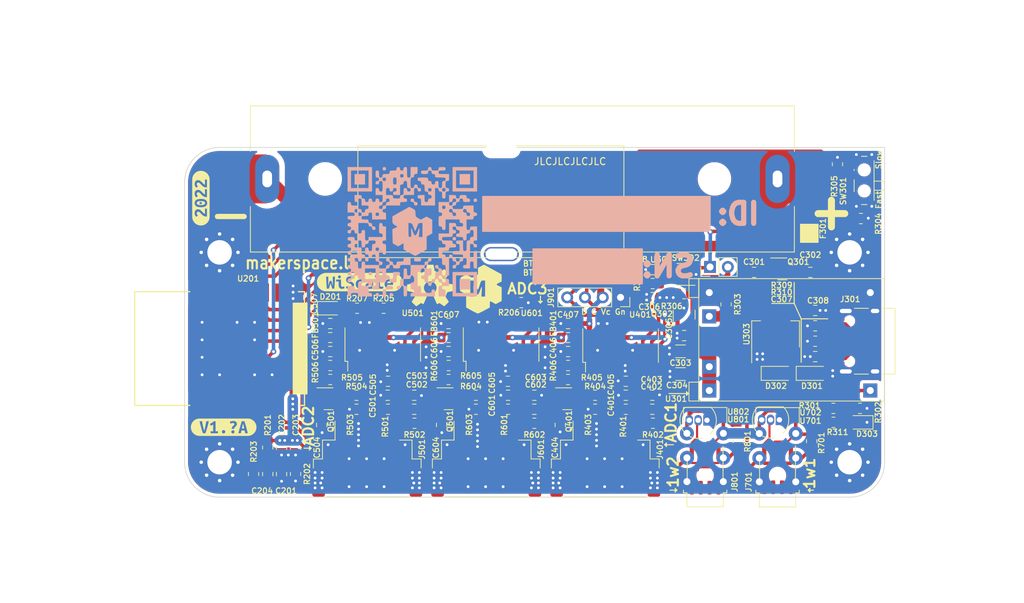
<source format=kicad_pcb>
(kicad_pcb (version 20211014) (generator pcbnew)
  (title_block (title "WiScale") (date "2022-11-24") (rev "1.0a") (company "Kaunas Makerspace"))
  (layers (0 "F.Cu" signal) (31 "B.Cu" power) (34 "B.Paste" user) (35 "F.Paste" user) (36 "B.SilkS" user "B.Silkscreen") (37 "F.SilkS" user "F.Silkscreen") (38 "B.Mask" user) (39 "F.Mask" user) (44 "Edge.Cuts" user))
  (net 0 "")
  (net 1 "/PSU/_b+")
  (net 2 "/PSU/_b-")
  (net 3 "GND")
  (net 4 "/MCU/_adc")
  (net 5 "/ADC1/Vcc")
  (net 6 "/PSU/_b+_fused")
  (net 7 "Vbat")
  (net 8 "/ADC1/A-")
  (net 9 "/ADC1/A+")
  (net 10 "/ADC1/E+")
  (net 11 "Net-(C405-Pad2)")
  (net 12 "/ADC1/_VSUP")
  (net 13 "/ADC2/A-")
  (net 14 "/ADC2/A+")
  (net 15 "/ADC2/E+")
  (net 16 "Net-(C505-Pad2)")
  (net 17 "/ADC2/_VSUP")
  (net 18 "/ADC3/A-")
  (net 19 "/ADC3/A+")
  (net 20 "/ADC3/E+")
  (net 21 "Net-(C605-Pad2)")
  (net 22 "/ADC3/_VSUP")
  (net 23 "/ADC1/S-")
  (net 24 "/ADC1/S+")
  (net 25 "/ADC2/S-")
  (net 26 "/ADC2/S+")
  (net 27 "/ADC3/S-")
  (net 28 "/ADC3/S+")
  (net 29 "/MCU/1w")
  (net 30 "/MCU/Charging")
  (net 31 "/ADC1/SCK")
  (net 32 "/ADC1/DT")
  (net 33 "/PSU/_fet_gate")
  (net 34 "Net-(Q401-Pad1)")
  (net 35 "Net-(Q501-Pad1)")
  (net 36 "Net-(Q601-Pad1)")
  (net 37 "/MCU/_RST")
  (net 38 "/ADC2/DT")
  (net 39 "/ADC3/SCK")
  (net 40 "/MCU/_RX")
  (net 41 "/PSU/_drv_gate")
  (net 42 "/MCU/MCU_DONE")
  (net 43 "/ADC1/_VFB")
  (net 44 "/ADC2/_VFB")
  (net 45 "/ADC3/_VFB")
  (net 46 "/ADC3/DT")
  (net 47 "/ADC2/SCK")
  (net 58 "/PSU/_vusb")
  (net 59 "Net-(D201-Pad2)")
  (net 60 "Net-(R405-Pad2)")
  (net 61 "Net-(R505-Pad2)")
  (net 62 "Net-(R605-Pad2)")
  (net 63 "Net-(R304-Pad2)")
  (net 64 "Net-(R305-Pad2)")
  (net 65 "/PSU/_delay")
  (net 70 "/PSU/_usb_vbus")
  (net 71 "Net-(D301-Pad1)")
  (net 72 "Net-(D303-Pad2)")
  (net 73 "/PSU/_cc2")
  (net 74 "/PSU/_cc1")
  (footprint "-local:JST_XH_S4B-XH-SM4-TB_1x04-1MP_P2.50mm_Horizontal" (layer "F.Cu") (at 139.2625 106.681843)
    (fp_text reference "J601")
    (fp_text value "cell")
  )
  (footprint "-local:ESP-12S" (layer "F.Cu") (at 104.92 94.25 90)
    (fp_text reference "U201")
    (fp_text value "ESP-7(S) or ESP-12*")
  )
  (footprint "Capacitor_SMD:C_1206_3216Metric_Pad1.33x1.80mm_HandSolder" (layer "F.Cu") (at 170.7575 97.901607)
    (fp_text reference "C304")
    (fp_text value "100u")
  )
  (footprint "Resistor_SMD:R_0805_2012Metric_Pad1.20x1.40mm_HandSolder" (layer "F.Cu") (at 189.5 107.5 90)
    (fp_text reference "R701")
    (fp_text value "4k7")
  )
  (footprint "Resistor_SMD:R_0805_2012Metric_Pad1.20x1.40mm_HandSolder" (layer "F.Cu") (at 120.725 96.677736 180)
    (fp_text reference "R506")
    (fp_text value "180k")
  )
  (footprint "Resistor_SMD:R_0805_2012Metric_Pad1.20x1.40mm_HandSolder" (layer "F.Cu") (at 148.02 87.685714 180)
    (fp_text reference "R206")
    (fp_text value "10k")
  )
  (footprint "Capacitor_SMD:C_0805_2012Metric_Pad1.18x1.45mm_HandSolder" (layer "F.Cu") (at 166.732679 102.927736)
    (fp_text reference "C402")
    (fp_text value "1u")
  )
  (footprint "Capacitor_SMD:C_0805_2012Metric_Pad1.18x1.45mm_HandSolder" (layer "F.Cu") (at 181.27 83.3625)
    (fp_text reference "C301")
    (fp_text value "10u")
  )
  (footprint "Capacitor_SMD:C_0805_2012Metric_Pad1.18x1.45mm_HandSolder" (layer "F.Cu") (at 115.77 108.435714 90)
    (fp_text reference "C203")
    (fp_text value "10u")
  )
  (footprint "-local:USB_C_Receptacle_HRO_TYPE-C-31-M-12" (layer "F.Cu") (at 197.5 93.2 90)
    (fp_text reference "J301")
    (fp_text value "USB_POWER_IN")
  )
  (footprint "Capacitor_SMD:C_0805_2012Metric_Pad1.18x1.45mm_HandSolder" (layer "F.Cu") (at 166.7825 86.9625)
    (fp_text reference "C306")
    (fp_text value "100n")
  )
  (footprint "Resistor_SMD:R_0805_2012Metric_Pad1.20x1.40mm_HandSolder" (layer "F.Cu") (at 137.630893 98.677736)
    (fp_text reference "R605")
    (fp_text value "100")
  )
  (footprint "Capacitor_SMD:C_0805_2012Metric_Pad1.18x1.45mm_HandSolder" (layer "F.Cu") (at 162.945179 98.927736)
    (fp_text reference "C405")
    (fp_text value "100n")
  )
  (footprint "Capacitor_SMD:C_0805_2012Metric_Pad1.18x1.45mm_HandSolder" (layer "F.Cu") (at 162.1125 84.1 180)
    (fp_text reference "C901")
    (fp_text value "100n")
  )
  (footprint "-local:BAT_BH-18650-PC" (layer "F.Cu") (at 148.17 70)
    (fp_text reference "BT301")
    (fp_text value "18650")
  )
  (footprint "Capacitor_SMD:C_0805_2012Metric_Pad1.18x1.45mm_HandSolder" (layer "F.Cu") (at 136.630893 105.177736 90)
    (fp_text reference "C604")
    (fp_text value "10u")
  )
  (footprint "Symbol:OSHW-Symbol_6.7x6mm_SilkScreen" (layer "F.Cu") (at 135 85.25)
    (fp_text reference "LOGO102" hide)
    (fp_text value "Logo_Open_Hardware_Small" hide)
  )
  (footprint "-local:Jack_3.5mm_Horizontal" (layer "F.Cu") (at 184.6225 108.000714 180)
    (fp_text reference "J701")
    (fp_text value "DS18B20")
  )
  (footprint "-local:module_bms_usb_lipo_charger" (layer "F.Cu") (at 197.87 100.25 180)
    (fp_text reference "U301")
    (fp_text value "BMS_USB_LiPo_Charger")
  )
  (footprint "-local:BAT_IP801437D3R2" (layer "F.Cu") (at 166.67 70.25 180)
    (fp_text reference "BT302")
    (fp_text value "801437")
  )
  (footprint "Resistor_SMD:R_0805_2012Metric_Pad1.20x1.40mm_HandSolder" (layer "F.Cu") (at 149.880893 104.927736 180)
    (fp_text reference "R602")
    (fp_text value "100")
  )
  (footprint "Resistor_SMD:R_0805_2012Metric_Pad1.20x1.40mm_HandSolder" (layer "F.Cu") (at 193.185 67.900714 -90)
    (fp_text reference "R305")
    (fp_text value "180k")
  )
  (footprint "Capacitor_SMD:C_0805_2012Metric_Pad1.18x1.45mm_HandSolder" (layer "F.Cu") (at 120.725 94.677736)
    (fp_text reference "C506")
    (fp_text value "1u")
  )
  (footprint "Package_TO_SOT_SMD:SOT-23" (layer "F.Cu") (at 137.630893 101.427736)
    (fp_text reference "Q601")
    (fp_text value "AO3401A")
  )
  (footprint "-local:SW_SPDT_PCM12" (layer "F.Cu") (at 196.685 70.215 90)
    (fp_text reference "SW301")
    (fp_text value "SW_SPDT")
  )
  (footprint "Resistor_SMD:R_0805_2012Metric_Pad1.20x1.40mm_HandSolder" (layer "F.Cu") (at 154.695179 96.677736 180)
    (fp_text reference "R406")
    (fp_text value "180k")
  )
  (footprint "Package_TO_SOT_SMD:SOT-23" (layer "F.Cu") (at 120.475 101.427736)
    (fp_text reference "Q501")
    (fp_text value "AO3401A")
  )
  (footprint "Resistor_SMD:R_0805_2012Metric_Pad1.20x1.40mm_HandSolder" (layer "F.Cu") (at 166.7825 82.9625)
    (fp_text reference "R308")
    (fp_text value "4k7")
  )
  (footprint "Package_SO:SOP-16_4.4x10.4mm_P1.27mm" (layer "F.Cu") (at 145.130893 93.677736 90)
    (fp_text reference "U601")
    (fp_text value "HX711")
  )
  (footprint "Resistor_SMD:R_0805_2012Metric_Pad1.20x1.40mm_HandSolder" (layer "F.Cu") (at 190 93.2)
    (fp_text reference "R310")
    (fp_text value "4k7")
  )
  (footprint "Inductor_SMD:L_0805_2012Metric_Pad1.15x1.40mm_HandSolder" (layer "F.Cu") (at 137.630893 92.677736)
    (fp_text reference "FB601")
    (fp_text value "bead")
  )
  (footprint "Inductor_SMD:L_0805_2012Metric_Pad1.15x1.40mm_HandSolder" (layer "F.Cu") (at 154.695179 92.677736)
    (fp_text reference "FB401")
    (fp_text value "bead")
  )
  (footprint "Capacitor_SMD:C_0805_2012Metric_Pad1.18x1.45mm_HandSolder" (layer "F.Cu") (at 171.2825 92.4)
    (fp_text reference "C305")
    (fp_text value "100n")
  )
  (footprint "kibuzzard-63DFE172" (layer "F.Cu") (at 105.5 105.5)
    (fp_text reference "kibuzzard-63DFE172" hide)
    (fp_text value "G***" hide)
  )
  (footprint "Capacitor_SMD:C_0805_2012Metric_Pad1.18x1.45mm_HandSolder" (layer "F.Cu") (at 113.77 112.2 90)
    (fp_text reference "C201")
    (fp_text value "100n")
  )
  (footprint "Capacitor_SMD:C_0805_2012Metric_Pad1.18x1.45mm_HandSolder" (layer "F.Cu") (at 146.093393 98.927736)
    (fp_text reference "C605")
    (fp_text value "100n")
  )
  (footprint "Capacitor_SMD:C_0805_2012Metric_Pad1.18x1.45mm_HandSolder" (layer "F.Cu") (at 146.12 100.927736 180)
    (fp_text reference "C601")
    (fp_text value "100n")
  )
  (footprint "Inductor_SMD:L_0805_2012Metric_Pad1.15x1.40mm_HandSolder" (layer "F.Cu") (at 120.725 92.677736)
    (fp_text reference "FB501")
    (fp_text value "bead")
  )
  (footprint "Package_SO:SOP-16_4.4x10.4mm_P1.27mm" (layer "F.Cu") (at 128.225 93.677736 90)
    (fp_text reference "U501")
    (fp_text value "HX711")
  )
  (footprint "Resistor_SMD:R_0805_2012Metric_Pad1.20x1.40mm_HandSolder" (layer "F.Cu") (at 141.530893 100.927736)
    (fp_text reference "R604")
    (fp_text value "200k")
  )
  (footprint "Capacitor_SMD:C_0805_2012Metric_Pad1.18x1.45mm_HandSolder" (layer "F.Cu") (at 128.975 98.927736)
    (fp_text reference "C505")
    (fp_text value "100n")
  )
  (footprint "Resistor_SMD:R_0805_2012Metric_Pad1.20x1.40mm_HandSolder" (layer "F.Cu") (at 154.695179 98.677736)
    (fp_text reference "R405")
    (fp_text value "100")
  )
  (footprint "Resistor_SMD:R_0805_2012Metric_Pad1.20x1.40mm_HandSolder" (layer "F.Cu") (at 171.2825 86.4 180)
    (fp_text reference "R306")
    (fp_text value "DNP")
  )
  (footprint "Connector_PinSocket_2.54mm:PinSocket_1x04_P2.54mm_Vertical" (layer "F.Cu") (at 162.1925 86.935714 -90)
    (fp_text reference "J901")
    (fp_text value "i2c")
  )
  (footprint "Capacitor_SMD:C_0805_2012Metric_Pad1.18x1.45mm_HandSolder" (layer "F.Cu") (at 132.725 102.927736)
    (fp_text reference "C502")
    (fp_text value "1u")
  )
  (footprint "-local:JST_XH_S4B-XH-SM4-TB_1x04-1MP_P2.50mm_Horizontal" (layer "F.Cu") (at 156.2625 106.681843)
    (fp_text reference "J401")
    (fp_text value "cell")
  )
  (footprint "Capacitor_SMD:C_0805_2012Metric_Pad1.18x1.45mm_HandSolder" (layer "F.Cu") (at 153.580893 105.177736 90)
    (fp_text reference "C404")
    (fp_text value "10u")
  )
  (footprint "kibuzzard-637D024E" (layer "F.Cu") (at 124.92 84.75)
    (fp_text reference "kibuzzard-637D024E" hide)
    (fp_text value "G***" hide)
  )
  (footprint "kibuzzard-63766E67" (layer "F.Cu") (at 102.25 72.75 90)
    (fp_text reference "kibuzzard-63766E67" hide)
    (fp_text value "G***" hide)
  )
  (footprint "MountingHole:MountingHole_3.5mm_Pad_Via" (layer "F.Cu") (at 194.92 80.5)
    (fp_text reference "H103" hide)
    (fp_text value "MountingHole_Pad" hide)
  )
  (footprint "Resistor_SMD:R_0805_2012Metric_Pad1.20x1.40mm_HandSolder" (layer "F.Cu") (at 192.6 102.8 180)
    (fp_text reference "R301")
    (fp_text value "47k")
  )
  (footprint "Resistor_SMD:R_0805_2012Metric_Pad1.20x1.40mm_HandSolder" (layer "F.Cu") (at 196.535 75.665 180)
    (fp_text reference "R304")
    (fp_text value "15k")
  )
  (footprint "Resistor_SMD:R_0805_2012Metric_Pad1.20x1.40mm_HandSolder" (layer "F.Cu") (at 124.475 102.927736 180)
    (fp_text reference "R503")
    (fp_text value "180k")
  )
  (footprint "Package_TO_SOT_SMD:SOT-23" (layer "F.Cu") (at 171.2825 89.4 90)
    (fp_text reference "Q302")
    (fp_text value "AO3401A")
  )
  (footprint "MountingHole:MountingHole_3.5mm_Pad_Via" (layer "F.Cu") (at 194.92 110.5)
    (fp_text reference "H104" hide)
    (fp_text value "MountingHole_Pad" hide)
  )
  (footprint "LED_SMD:LED_0805_2012Metric_Pad1.15x1.40mm_HandSolder" (layer "F.Cu") (at 196.4 104.8 180)
    (fp_text reference "D303")
    (fp_text value "GREEN")
  )
  (footprint "Capacitor_SMD:C_0805_2012Metric_Pad1.18x1.45mm_HandSolder" (layer "F.Cu") (at 166.732679 100.927736 180)
    (fp_text reference "C403")
    (fp_text value "100n")
  )
  (footprint "Resistor_SMD:R_0805_2012Metric_Pad1.20x1.40mm_HandSolder" (layer "F.Cu") (at 162.945179 102.927736 180)
    (fp_text reference "R401")
    (fp_text value "100")
  )
  (footprint "Package_SO:SOIC-8_3.9x4.9mm_P1.27mm" (layer "F.Cu") (at 174.276612 111.660714 -90)
    (fp_text reference "U801")
    (fp_text value "DS18B20Z")
  )
  (footprint "Package_SO:SOIC-8_3.9x4.9mm_P1.27mm" (layer "F.Cu") (at 184.6225 111.600714 -90)
    (fp_text reference "U701")
    (fp_text value "DS18B20Z")
  )
  (footprint "LED_SMD:LED_0805_2012Metric_Pad1.15x1.40mm_HandSolder" (layer "F.Cu") (at 120.7525 88.485714)
    (fp_text reference "D201")
    (fp_text value "BLUE")
  )
  (footprint "Capacitor_SMD:C_0805_2012Metric_Pad1.18x1.45mm_HandSolder" (layer "F.Cu") (at 132.725 100.927736 180)
    (fp_text reference "C503")
    (fp_text value "100n")
  )
  (footprint "-local:JST_XH_S4B-XH-SM4-TB_1x04-1MP_P2.50mm_Horizontal" (layer "F.Cu") (at 122.2625 106.681843)
    (fp_text reference "J501")
    (fp_text value "cell")
  )
  (footprint "Package_TO_SOT_SMD:SOT-223-3_TabPin2" (layer "F.Cu") (at 184.34 92.2 90)
    (fp_text reference "U303")
    (fp_text value "AMS1117-3.3")
  )
  (footprint "Resistor_SMD:R_0805_2012Metric_Pad1.20x1.40mm_HandSolder" (layer "F.Cu") (at 158.563572 100.927736)
    (fp_text reference "R404")
    (fp_text value "200k")
  )
  (footprint "Capacitor_SMD:C_0805_2012Metric_Pad1.18x1.45mm_HandSolder" (layer "F.Cu") (at 149.880893 102.927736)
    (fp_text reference "C602")
    (fp_text value "1u")
  )
  (footprint "Resistor_SMD:R_0805_2012Metric_Pad1.20x1.40mm_HandSolder" (layer "F.Cu") (at 166.7825 84.9625 180)
    (fp_text reference "R307")
    (fp_text value "100")
  )
  (footprint "Resistor_SMD:R_0805_2012Metric_Pad1.20x1.40mm_HandSolder" (layer "F.Cu") (at 158.563572 102.923629 180)
    (fp_text reference "R403")
    (fp_text value "180k")
  )
  (footprint "Package_TO_SOT_THT:TO-92_Inline" (layer "F.Cu") (at 174.546612 104.500714 180)
    (fp_text reference "U802")
    (fp_text value "DS18B20")
  )
  (footprint "Resistor_SMD:R_0805_2012Metric_Pad1.20x1.40mm_HandSolder" (layer "F.Cu") (at 124.475 100.927736)
    (fp_text reference "R504")
    (fp_text value "200k")
  )
  (footprint "Capacitor_SMD:C_0805_2012Metric_Pad1.18x1.45mm_HandSolder" (layer "F.Cu") (at 119.5125 105.177736 90)
    (fp_text reference "C504")
    (fp_text value "10u")
  )
  (footprint "Capacitor_SMD:C_0805_2012Metric_Pad1.18x1.45mm_HandSolder" (layer "F.Cu") (at 154.695179 90.677736)
    (fp_text reference "C407")
    (fp_text value "10u")
  )
  (footprint "Fuse:Fuse_1206_3216Metric_Pad1.42x1.75mm_HandSolder" (layer "F.Cu") (at 189.1575 77.8 90)
    (fp_text reference "F301")
    (fp_text value "PTC 1A")
  )
  (footprint "Resistor_SMD:R_0805_2012Metric_Pad1.20x1.40mm_HandSolder" (layer "F.Cu") (at 192.6 104.8 180)
    (fp_text reference "R311")
    (fp_text value "4k7")
  )
  (footprint "Capacitor_SMD:C_0805_2012Metric_Pad1.18x1.45mm_HandSolder" (layer "F.Cu") (at 137.630893 94.677736)
    (fp_text reference "C606")
    (fp_text value "1u")
  )
  (footprint "Diode_SMD:D_SOD-123" (layer "F.Cu") (at 189.54 97.8)
    (fp_text reference "D301")
    (fp_text value "1N4148WL")
  )
  (footprint "Resistor_SMD:R_0805_2012Metric_Pad1.20x1.40mm_HandSolder" (layer "F.Cu") (at 115.77 112.185714 90)
    (fp_text reference "R202")
    (fp_text value "47k")
  )
  (footprint "Capacitor_SMD:C_0805_2012Metric_Pad1.18x1.45mm_HandSolder" (layer "F.Cu") (at 162.945179 100.927736 180)
    (fp_text reference "C401")
    (fp_text value "100n")
  )
  (footprint "Resistor_SMD:R_0805_2012Metric_Pad1.20x1.40mm_HandSolder" (layer "F.Cu") (at 124.5525 88.485714)
    (fp_text reference "R207")
    (fp_text value "100")
  )
  (footprint "Package_SO:SOP-16_4.4x10.4mm_P1.27mm" (layer "F.Cu") (at 162.195179 93.827736 90)
    (fp_text reference "U401")
    (fp_text value "HX711")
  )
  (footprint "Capacitor_SMD:C_0805_2012Metric_Pad1.18x1.45mm_HandSolder" (layer "F.Cu") (at 128.92 100.927736 180)
    (fp_text reference "C501")
    (fp_text value "100n")
  )
  (footprint "Resistor_SMD:R_0805_2012Metric_Pad1.20x1.40mm_HandSolder" (layer "F.Cu") (at 111.8 108.4 90)
    (fp_text reference "R201")
    (fp_text value "180k")
  )
  (footprint "Package_TO_SOT_SMD:SOT-23" (layer "F.Cu") (at 185.3075 82.8625)
    (fp_text reference "Q301")
    (fp_text value "AO3401A")
  )
  (footprint "Resistor_SMD:R_0805_2012Metric_Pad1.20x1.40mm_HandSolder" (layer "F.Cu") (at 196.4 102.8 180)
    (fp_text reference "R302")
    (fp_text value "180k")
  )
  (footprint "Diode_SMD:D_SOD-123" (layer "F.Cu") (at 184.54 97.8)
    (fp_text reference "D302")
    (fp_text value "1N4148WL")
  )
  (footprint "Capacitor_SMD:C_0805_2012Metric_Pad1.18x1.45mm_HandSolder" (layer "F.Cu") (at 190 88.8 180)
    (fp_text reference "C308")
    (fp_text value "10u")
  )
  (footprint "Package_TO_SOT_SMD:SOT-23-6" (layer "F.Cu") (at 171.0325 83.65 180)
    (fp_text reference "U302")
    (fp_text value "TPL5110")
  )
  (footprint "Resistor_SMD:R_0805_2012Metric_Pad1.20x1.40mm_HandSolder" (layer "F.Cu") (at 128.975 102.927736 180)
    (fp_text reference "R501")
    (fp_text value "100")
  )
  (footprint "Resistor_SMD:R_0805_2012Metric_Pad1.20x1.40mm_HandSolder" (layer "F.Cu") (at 166.82 104.927736 180)
    (fp_text reference "R402")
    (fp_text value "100")
  )
  (footprint "Resistor_SMD:R_0805_2012Metric_Pad1.20x1.40mm_HandSolder" (layer "F.Cu") (at 141.530893 102.927736 180)
    (fp_text reference "R603")
    (fp_text value "180k")
  )
  (footprint "Resistor_SMD:R_0805_2012Metric_Pad1.20x1.40mm_HandSolder" (layer "F.Cu") (at 158.3625 84.1)
    (fp_text reference "R901")
    (fp_text value "4k7")
  )
  (footprint "Resistor_SMD:R_0805_2012Metric_Pad1.20x1.40mm_HandSolder" (layer "F.Cu") (at 137.630893 96.677736 180)
    (fp_text reference "R606")
    (fp_text value "180k")
  )
  (footprint "Package_TO_SOT_THT:TO-92_Inline" (layer "F.Cu") (at 184.8925 104.440714 180)
    (fp_text reference "U702")
    (fp_text value "DS18B20")
  )
  (footprint "MountingHole:MountingHole_3.5mm_Pad_Via" (layer "F.Cu") (at 104.92 110.5)
    (fp_text reference "H101" hide)
    (fp_text value "MountingHole_Pad" hide)
  )
  (footprint "Capacitor_SMD:C_0805_2012Metric_Pad1.18x1.45mm_HandSolder" (layer "F.Cu") (at 190 95.4)
    (fp_text reference "C307")
    (fp_text value "10u")
  )
  (footprint "Resistor_SMD:R_0805_2012Metric_Pad1.20x1.40mm_HandSolder" (layer "F.Cu") (at 146.130893 102.927736 180)
    (fp_text reference "R601")
    (fp_text value "100")
  )
  (footprint "Resistor_SMD:R_0805_2012Metric_Pad1.20x1.40mm_HandSolder" (layer "F.Cu") (at 179 107.5 90)
    (fp_text reference "R801")
    (fp_text value "4k7")
  )
  (footprint "Resistor_SMD:R_0805_2012Metric_Pad1.20x1.40mm_HandSolder" (layer "F.Cu") (at 128.3525 88.485714 180)
    (fp_text reference "R205")
    (fp_text value "10k")
  )
  (footprint "-local:Jack_3.5mm_Horizontal" (layer "F.Cu") (at 174.276612 107.975714 180)
    (fp_text reference "J801")
    (fp_text value "DS18B20")
  )
  (footprint "Package_TO_SOT_SMD:SOT-23" (layer "F.Cu") (at 154.580893 101.427736)
    (fp_text reference "Q401")
    (fp_text value "AO3401A")
  )
  (footprint "Capacitor_SMD:C_0805_2012Metric_Pad1.18x1.45mm_HandSolder" (layer "F.Cu") (at 137.630893 90.677736)
    (fp_text reference "C607")
    (fp_text value "10u")
  )
  (footprint "Resistor_SMD:R_0805_2012Metric_Pad1.20x1.40mm_HandSolder" (layer "F.Cu") (at 177.27 87.935714 -90)
    (fp_text reference "R303")
    (fp_text value "DNP")
  )
  (footprint "Resistor_SMD:R_0805_2012Metric_Pad1.20x1.40mm_HandSolder" (layer "F.Cu") (at 190 91)
    (fp_text reference "R309")
    (fp_text value "4k7")
  )
  (footprint "-local:logo_kms_small_silkscreen" (layer "F.Cu") (at 141.829295 85.713901)
    (fp_text reference "LOGO101" hide)
    (fp_text value "logo_kms_small" hide)
  )
  (footprint "Resistor_SMD:R_0805_2012Metric_Pad1.20x1.40mm_HandSolder" (layer "F.Cu") (at 154.6225 84.1 180)
    (fp_text reference "R902")
    (fp_text value "4k7")
  )
  (footprint "MountingHole:MountingHole_3.5mm_Pad_Via" (layer "F.Cu") (at 104.92 80.5)
    (fp_text reference "H102" hide)
    (fp_text value "MountingHole_Pad" hide)
  )
  (footprint "Capacitor_SMD:C_0805_2012Metric_Pad1.18x1.45mm_HandSolder" (layer "F.Cu") (at 189.3075 83.3625)
    (fp_text reference "C302")
    (fp_text value "10u")
  )
  (footprint "Resistor_SMD:R_0805_2012Metric_Pad1.20x1.40mm_HandSolder" (layer "F.Cu") (at 120.725 98.677736)
    (fp_text reference "R505")
    (fp_text value "100")
  )
  (footprint "Capacitor_SMD:C_0805_2012Metric_Pad1.18x1.45mm_HandSolder" (layer "F.Cu") (at 120.725 90.677736)
    (fp_text reference "C507")
    (fp_text value "10u")
  )
  (footprint "Capacitor_SMD:C_0805_2012Metric_Pad1.18x1.45mm_HandSolder" (layer "F.Cu") (at 149.880893 100.927736 180)
    (fp_text reference "C603")
    (fp_text value "100n")
  )
  (footprint "Connector_PinHeader_2.54mm:PinHeader_1x02_P2.54mm_Vertical" (layer "F.Cu") (at 174.9825 82.5875 90)
    (fp_text reference "SW302")
    (fp_text value "btn")
  )
  (footprint "Resistor_SMD:R_0805_2012Metric_Pad1.20x1.40mm_HandSolder" (layer "F.Cu") (at 132.7625 104.927736 180)
    (fp_text reference "R502")
    (fp_text value "100")
  )
  (footprint "Resistor_SMD:R_0805_2012Metric_Pad1.20x1.40mm_HandSolder" (layer "F.Cu") (at 109.77 112.185714 90)
    (fp_text reference "R203")
    (fp_text value "10k")
  )
  (footprint "Capacitor_SMD:C_0805_2012Metric_Pad1.18x1.45mm_HandSolder" (layer "F.Cu") (at 113.77 108.435714 90)
    (fp_text reference "C202")
    (fp_text value "100n")
  )
  (footprint "Capacitor_SMD:C_1206_3216Metric_Pad1.33x1.80mm_HandSolder" (layer "F.Cu") (at 170.7575 94.65)
    (fp_text reference "C303")
    (fp_text value "100u")
  )
  (footprint "Capacitor_SMD:C_0805_2012Metric_Pad1.18x1.45mm_HandSolder" (layer "F.Cu") (at 154.695179 94.677736)
    (fp_text reference "C406")
    (fp_text value "1u")
  )
  (footprint "Capacitor_SMD:C_0805_2012Metric_Pad1.18x1.45mm_HandSolder" (layer "F.Cu") (at 111.8 112.2 -90)
    (fp_text reference "C204")
    (fp_text value "100n")
  )
  (footprint "-local:qr_wiscale_link_silkscreen" (layer "B.Cu") (at 132.5 77.5 180)
    (fp_text reference "G***" hide)
    (fp_text value "LOGO" hide)
  )
  (gr_rect (start 165.3125 80) (end 149.6875 85) (layer "B.SilkS") (width 0.15) (fill solid))
  (gr_rect (start 175 72.5) (end 142.5 77.5) (layer "B.SilkS") (width 0.15) (fill solid))
  (gr_line (start 189.25 114.75) (end 189 114.5) (layer "F.SilkS") (width 0.15))
  (gr_rect (start 187.9075 76.4875) (end 190.4075 79.0625) (layer "F.SilkS") (width 0.15) (fill solid))
  (gr_line (start 187 87.8) (end 188 90) (layer "F.SilkS") (width 0.15))
  (gr_line (start 118 108.5) (end 117.75 108.75) (layer "F.SilkS") (width 0.15))
  (gr_line (start 169.1225 100.685714) (end 171.8725 100.685714) (layer "F.SilkS") (width 0.15))
  (gr_line (start 168.75 107.75) (end 168.75 108.25) (layer "F.SilkS") (width 0.15))
  (gr_line (start 171.8725 100.685714) (end 171.6225 100.935714) (layer "F.SilkS") (width 0.15))
  (gr_line (start 187 87.8) (end 187 84.8) (layer "F.SilkS") (width 0.15))
  (gr_line (start 170 114.25) (end 170.25 114.5) (layer "F.SilkS") (width 0.15))
  (gr_line (start 189.75 114.5) (end 189 114.5) (layer "F.SilkS") (width 0.15))
  (gr_line (start 169.75 108) (end 168.5 108) (layer "F.SilkS") (width 0.15))
  (gr_line (start 189 114.5) (end 189.25 114.25) (layer "F.SilkS") (width 0.15))
  (gr_line (start 150.5 87.5) (end 151 87.5) (layer "F.SilkS") (width 0.15))
  (gr_line (start 168.5 108) (end 168.75 107.75) (layer "F.SilkS") (width 0.15))
  (gr_line (start 117.75 108.25) (end 118 108.5) (layer "F.SilkS") (width 0.15))
  (gr_line (start 170 114.75) (end 170 114.25) (layer "F.SilkS") (width 0.15))
  (gr_line (start 168.75 108.25) (end 168.5 108) (layer "F.SilkS") (width 0.15))
  (gr_line (start 188 90) (end 188 96.2) (layer "F.SilkS") (width 0.15))
  (gr_line (start 189.25 114.25) (end 189.25 114.75) (layer "F.SilkS") (width 0.15))
  (gr_line (start 150.75 87.75) (end 150.5 87.5) (layer "F.SilkS") (width 0.15))
  (gr_line (start 117 108.5) (end 118 108.5) (layer "F.SilkS") (width 0.15))
  (gr_line (start 171.6225 100.935714) (end 171.6225 100.435714) (layer "F.SilkS") (width 0.15))
  (gr_line (start 169.25 114.5) (end 170.25 114.5) (layer "F.SilkS") (width 0.15))
  (gr_line (start 183.8 87.8) (end 187 87.8) (layer "F.SilkS") (width 0.15))
  (gr_line (start 188 90) (end 191.8 90) (layer "F.SilkS") (width 0.15))
  (gr_line (start 117.75 108.75) (end 117.75 108.25) (layer "F.SilkS") (width 0.15))
  (gr_line (start 151 87.5) (end 150.75 87.75) (layer "F.SilkS") (width 0.15))
  (gr_line (start 150.75 86.75) (end 150.75 87.75) (layer "F.SilkS") (width 0.15))
  (gr_line (start 170.25 114.5) (end 170 114.75) (layer "F.SilkS") (width 0.15))
  (gr_line (start 171.6225 100.435714) (end 171.8725 100.685714) (layer "F.SilkS") (width 0.15))
  (gr_line locked (start 199.92 65.5) (end 199.92 110.5) (layer "Edge.Cuts") (width 0.1))
  (gr_line locked (start 99.92 110.5) (end 99.92 70.5) (layer "Edge.Cuts") (width 0.1))
  (gr_line locked (start 194.92 115.5) (end 104.92 115.5) (layer "Edge.Cuts") (width 0.1))
  (gr_arc locked (start 99.92 70.5) (mid 101.384466 66.964466) (end 104.92 65.5) (layer "Edge.Cuts") (width 0.1))
  (gr_line locked (start 104.92 65.5) (end 199.92 65.5) (layer "Edge.Cuts") (width 0.1))
  (gr_arc locked (start 199.92 110.5) (mid 198.455534 114.035534) (end 194.92 115.5) (layer "Edge.Cuts") (width 0.1))
  (gr_arc locked (start 104.92 115.5) (mid 101.384466 114.035534) (end 99.92 110.5) (layer "Edge.Cuts") (width 0.1))
  (gr_text "SN:" (at 169 82.5) (layer "B.SilkS") (effects (font (size 3 3) (thickness 0.75)) (justify mirror)))
  (gr_text "ID:" (at 179 75) (layer "B.SilkS") (effects (font (size 3 3) (thickness 0.75)) (justify mirror)))
  (gr_text "Slow" (at 199.085 67.215 90) (layer "F.SilkS") (effects (font (size 0.8 0.8))))
  (gr_text "1w2" (at 169.7 111.9 90) (layer "F.SilkS") (effects (font (size 1.5 1.5) (thickness 0.3))))
  (gr_text "ADC1" (at 169.4 104.8 90) (layer "F.SilkS") (effects (font (size 1.5 1.5) (thickness 0.3))))
  (gr_text "Fast" (at 199.085 73.015 90) (layer "F.SilkS") (effects (font (size 0.8 0.8))))
  (gr_text "1w1" (at 189.2 112.1 90) (layer "F.SilkS") (effects (font (size 1.5 1.5) (thickness 0.3))))
  (gr_text "D C Vc Gn" (at 159.75 89) (layer "F.SilkS") (effects (font (size 0.8 0.8))))
  (gr_text "JLCJLCJLCJLC" (at 155 67.5) (layer "F.SilkS") (effects (font (size 1 1))))
  (gr_text "ADC3" (at 148.9 85.7) (layer "F.SilkS") (effects (font (size 1.5 1.5) (thickness 0.3))))
  (gr_text "makerspace.lt" (at 116.42 82) (layer "F.SilkS") (effects (font (size 1.75 1.5) (thickness 0.3))))
  (gr_text "ADC2" (at 117.6 105.3 90) (layer "F.SilkS") (effects (font (size 1.5 1.5) (thickness 0.3))))
  (segment (start 189.1575 70.9875) (end 188.17 70) (width 1.5) (layer "F.Cu") (net 1))
  (segment (start 189.1575 76.3125) (end 189.1575 70.9875) (width 1.5) (layer "F.Cu") (net 1))
  (segment (start 184.37 81.9125) (end 183.8575 81.4) (width 1) (layer "F.Cu") (net 2))
  (segment (start 184.37 81.9125) (end 184.8825 81.4) (width 1) (layer "F.Cu") (net 2))
  (segment (start 166.67 76.25) (end 151.686786 76.25) (width 2) (layer "F.Cu") (net 2))
  (segment (start 178.62 79.6) (end 171.32 79.6) (width 1.5) (layer "F.Cu") (net 2))
  (segment (start 177.27 88.935714) (end 176.555714 89.65) (width 1.5) (layer "F.Cu") (net 2))
  (segment (start 117.22 75.5) (end 111.72 70) (width 2) (layer "F.Cu") (net 2))
  (segment (start 179.42 84.2375) (end 180.295 83.3625) (width 1.5) (layer "F.Cu") (net 2))
  (segment (start 180.2325 82.1875) (end 180.2325 83.3625) (width 1) (layer "F.Cu") (net 2))
  (segment (start 151.686786 76.25) (end 150.936786 75.5) (width 2) (layer "F.Cu") (net 2))
  (segment (start 183.8575 81.4) (end 181.02 81.4) (width 1) (layer "F.Cu") (net 2))
  (segment (start 171.32 79.6) (end 167.97 76.25) (width 1.5) (layer "F.Cu") (net 2))
  (segment (start 181.02 81.4) (end 180.2325 82.1875) (width 1) (layer "F.Cu") (net 2))
  (segment (start 179.42 87.917156) (end 179.42 84.2375) (width 1.5) (layer "F.Cu") (net 2))
  (segment (start 178.401442 88.935714) (end 179.42 87.917156) (width 1.5) (layer "F.Cu") (net 2))
  (segment (start 184.8825 81.4) (end 187.345 81.4) (width 1) (layer "F.Cu") (net 2))
  (segment (start 180.295 81.275) (end 178.62 79.6) (width 1.5) (layer "F.Cu") (net 2))
  (segment (start 177.27 88.935714) (end 178.401442 88.935714) (width 1.5) (layer "F.Cu") (net 2))
  (segment (start 150.936786 75.5) (end 117.22 75.5) (width 2) (layer "F.Cu") (net 2))
  (segment (start 180.295 83.3625) (end 180.295 81.275) (width 1.5) (layer "F.Cu") (net 2))
  (segment (start 167.97 76.25) (end 166.67 76.25) (width 2) (layer "F.Cu") (net 2))
  (segment (start 176.555714 89.65) (end 174.87 89.65) (width 1.5) (layer "F.Cu") (net 2))
  (segment (start 187.345 81.4) (end 188.27 82.325) (width 1) (layer "F.Cu") (net 2))
  (segment (start 188.27 82.325) (end 188.27 83.3625) (width 1) (layer "F.Cu") (net 2))
  (segment (start 192.85 96.45) (end 192.5 96.8) (width 0.5) (layer "F.Cu") (net 3))
  (segment (start 141.7625 106.681843) (end 141.7625 105.871607) (width 0.5) (layer "F.Cu") (net 3))
  (segment (start 124.7625 105.177736) (end 125.7625 104.177736) (width 0.5) (layer "F.Cu") (net 3))
  (segment (start 143.880893 103.509107) (end 143.880893 102.129343) (width 0.5) (layer "F.Cu") (net 3))
  (segment (start 159.990836 104.427736) (end 160.795179 103.623393) (width 0.5) (layer "F.Cu") (net 3))
  (segment (start 157.563572 102.923629) (end 158.7625 104.122557) (width 0.5) (layer "F.Cu") (net 3))
  (segment (start 192.5 98.2) (end 192.5 97.4) (width 0.5) (layer "F.Cu") (net 3))
  (segment (start 177.27 86.935714) (end 176.584286 86.25) (width 1.5) (layer "F.Cu") (net 3))
  (segment (start 158.7625 104.971607) (end 158.7625 106.681843) (width 0.5) (layer "F.Cu") (net 3))
  (segment (start 159.025179 90.677736) (end 160.285179 90.677736) (width 0.5) (layer "F.Cu") (net 3))
  (segment (start 126.7625 103.571607) (end 126.7625 102.047736) (width 0.5) (layer "F.Cu") (net 3))
  (segment (start 158.7625 105.771607) (end 158.7625 105.296129) (width 0.5) (layer "F.Cu") (net 3))
  (segment (start 124.7625 106.681843) (end 124.7625 106.571607) (width 0.5) (layer "F.Cu") (net 3))
  (segment (start 176.584286 86.25) (end 174.87 86.25) (width 1.5) (layer "F.Cu") (net 3))
  (segment (start 172.978766 83.65) (end 172.984918 83.656152) (width 0.5) (layer "F.Cu") (net 3))
  (segment (start 162.835179 96.977736) (end 162.835179 98.000236) (width 0.7) (layer "F.Cu") (net 3))
  (segment (start 113.77 109.473214) (end 114.735 109.473214) (width 1) (layer "F.Cu") (net 3))
  (segment (start 124.7625 104.215236) (end 123.475 102.927736) (width 0.5) (layer "F.Cu") (net 3))
  (segment (start 158.7625 105.296129) (end 159.630893 104.427736) (width 0.5) (layer "F.Cu") (net 3))
  (segment (start 145.0625 100.896843) (end 145.093393 100.927736) (width 1) (layer "F.Cu") (net 3))
  (segment (start 128.8625 96.571607) (end 128.865 97.369107) (width 0.7) (layer "F.Cu") (net 3))
  (segment (start 193.455 96.45) (end 192.85 96.45) (width 0.5) (layer "F.Cu") (net 3))
  (segment (start 145.770893 96.827736) (end 145.770893 98.212736) (width 0.7) (layer "F.Cu") (net 3))
  (segment (start 161.907679 100.927736) (end 161.907679 98.927736) (width 1) (layer "F.Cu") (net 3))
  (segment (start 141.7625 105.071607) (end 141.7625 104.159343) (width 0.5) (layer "F.Cu") (net 3))
  (segment (start 160.795179 103.623393) (end 160.795179 102.040236) (width 0.5) (layer "F.Cu") (net 3))
  (segment (start 141.7625 105.296129) (end 142.880893 104.177736) (width 0.5) (layer "F.Cu") (net 3))
  (segment (start 193.455 89.95) (end 192.1875 89.95) (width 0.5) (layer "F.Cu") (net 3))
  (segment (start 141.7625 106.681843) (end 141.7625 105.071607) (width 0.5) (layer "F.Cu") (net 3))
  (segment (start 127.9375 98.996607) (end 127.9375 98.927736) (width 1) (layer "F.Cu") (net 3))
  (segment (start 141.7625 104.159343) (end 140.530893 102.927736) (width 0.5) (layer "F.Cu") (net 3))
  (segment (start 163.15 84.1) (end 163.15 85.978214) (width 1) (layer "F.Cu") (net 3))
  (segment (start 145.770893 98.212736) (end 145.055893 98.927736) (width 0.7) (layer "F.Cu") (net 3))
  (segment (start 127.8825 100.927736) (end 127.9375 100.872736) (width 1) (layer "F.Cu") (net 3))
  (segment (start 192.5 96.8) (end 192.5 97.4) (width 0.5) (layer "F.Cu") (net 3))
  (segment (start 192.1875 89.95) (end 191.0375 88.8) (width 0.5) (layer "F.Cu") (net 3))
  (segment (start 125.055 90.527736) (end 126.315 90.527736) (width 0.5) (layer "F.Cu") (net 3))
  (segment (start 158.7625 106.681843) (end 158.7625 106.571607) (width 0.5) (layer "F.Cu") (net 3))
  (segment (start 124.7625 105.771607) (end 124.7625 105.177736) (width 0.5) (layer "F.Cu") (net 3))
  (segment (start 143.880893 102.129343) (end 145.0825 100.927736) (width 0.5) (layer "F.Cu") (net 3))
  (segment (start 113.77 113.2375) (end 115.718214 113.2375) (width 1) (layer "F.Cu") (net 3))
  (segment (start 128.865 96.827736) (end 128.8625 96.571607) (width 0.7) (layer "F.Cu") (net 3))
  (segment (start 128.865 98.000236) (end 127.9375 98.927736) (width 0.7) (layer "F.Cu") (net 3))
  (segment (start 141.7625 105.871607) (end 141.7625 105.296129) (width 0.5) (layer "F.Cu") (net 3))
  (segment (start 127.9375 100.872736) (end 127.9375 98.996607) (width 1) (layer "F.Cu") (net 3))
  (segment (start 158.7625 104.122557) (end 158.7625 104.971607) (width 0.5) (layer "F.Cu") (net 3))
  (segment (start 172.17 83.65) (end 172.978766 83.65) (width 0.5) (layer "F.Cu") (net 3))
  (segment (start 142.880893 104.177736) (end 143.212264 104.177736) (width 0.5) (layer "F.Cu") (net 3))
  (segment (start 115.718214 113.2375) (end 115.77 113.185714) (width 1) (layer "F.Cu") (net 3))
  (segment (start 162.835179 98.000236) (end 161.907679 98.927736) (width 0.7) (layer "F.Cu") (net 3))
  (segment (start 126.156371 104.177736) (end 126.7625 103.571607) (width 0.5) (layer "F.Cu") (net 3))
  (segment (start 158.7625 106.571607) (end 158.7625 105.771607) (width 0.5) (layer "F.Cu") (net 3))
  (segment (start 114.735 109.473214) (end 115.77 109.473214) (width 1) (layer "F.Cu") (net 3))
  (segment (start 143.212264 104.177736) (end 143.880893 103.509107) (width 0.5) (layer "F.Cu") (net 3))
  (segment (start 128.865 97.369107) (end 128.865 98.000236) (width 0.7) (layer "F.Cu") (net 3))
  (segment (start 141.960893 90.527736) (end 143.220893 90.527736) (width 0.7) (layer "F.Cu") (net 3))
  (segment (start 125.7625 104.177736) (end 126.156371 104.177736) (width 0.5) (layer "F.Cu") (net 3))
  (segment (start 145.0625 98.971607) (end 145.0625 100.896843) (width 1) (layer "F.Cu") (net 3))
  (segment (start 163.15 85.978214) (end 162.1925 86.935714) (width 1) (layer "F.Cu") (net 3))
  (segment (start 124.7625 104.971607) (end 124.7625 104.215236) (width 0.5) (layer "F.Cu") (net 3))
  (segment (start 160.795179 102.040236) (end 161.907679 100.927736) (width 0.5) (layer "F.Cu") (net 3))
  (segment (start 124.7625 106.571607) (end 124.7625 104.971607) (width 0.5) (layer "F.Cu") (net 3))
  (segment (start 126.7625 102.047736) (end 127.8825 100.927736) (width 0.5) (layer "F.Cu") (net 3))
  (segment (start 159.630893 104.427736) (end 159.990836 104.427736) (width 0.5) (layer "F.Cu") (net 3))
  (segment (start 124.7625 106.681843) (end 124.7625 105.771607) (width 0.5) (layer "F.Cu") (net 3))
  (via (at 198.085 73.915) (size 0.8) (drill 0.4) (layers "F.Cu" "B.Cu") (net 3))
  (via (at 115.42 86.2) (size 0.8) (drill 0.4) (layers "F.Cu" "B.Cu") (net 3))
  (via (at 124.7625 108.171607) (size 0.8) (drill 0.4) (layers "F.Cu" "B.Cu") (net 3))
  (via (at 152.5625 114.171607) (size 0.8) (drill 0.4) (layers "F.Cu" "B.Cu") (net 3))
  (via (at 140.42 110) (size 0.8) (drill 0.4) (layers "F.Cu" "B.Cu") (net 3))
  (via (at 119.3625 113.471607) (size 0.8) (drill 0.4) (layers "F.Cu" "B.Cu") (net 3))
  (via (at 102.42 98) (size 0.8) (drill 0.4) (layers "F.Cu" "B.Cu") (net 3))
  (via (at 151.42 95.5) (size 0.8) (drill 0.4) (layers "F.Cu" "B.Cu") (net 3))
  (via (at 115.42 87.1) (size 0.8) (drill 0.4) (layers "F.Cu" "B.Cu") (net 3))
  (via (at 153.5625 112.771607) (size 0.8) (drill 0.4) (layers "F.Cu" "B.Cu") (net 3))
  (via (at 172.984918 83.656152) (size 0.8) (drill 0.4) (layers "F.Cu" "B.Cu") (net 3))
  (via (at 145.0625 98.971607) (size 0.8) (drill 0.4) (layers "F.Cu" "B.Cu") (net 3))
  (via (at 133.4625 111.971607) (size 0.8) (drill 0.4) (layers "F.Cu" "B.Cu") (net 3))
  (via (at 188.9 91) (size 0.8) (drill 0.4) (layers "F.Cu" "B.Cu") (net 3))
  (via (at 149.4625 111.971607) (size 0.8) (drill 0.4) (layers "F.Cu" "B.Cu") (net 3))
  (via (at 149.4625 112.771607) (size 0.8) (drill 0.4) (layers "F.Cu" "B.Cu") (net 3))
  (via (at 119.5625 114.171607) (size 0.8) (drill 0.4) (layers "F.Cu" "B.Cu") (net 3))
  (via (at 195.885 73.915) (size 0.8) (drill 0.4) (layers "F.Cu" "B.Cu") (net 3))
  (via (at 152.5625 112.771607) (size 0.8) (drill 0.4) (layers "F.Cu" "B.Cu") (net 3))
  (via (at 125.055 90.527736) (size 0.8) (drill 0.4) (layers "F.Cu" "B.Cu") (net 3))
  (via (at 192.5 97.4) (size 0.8) (drill 0.4) (layers "F.Cu" "B.Cu") (net 3))
  (via (at 123.475 102.927736) (size 0.8) (drill 0.4) (layers "F.Cu" "B.Cu") (net 3))
  (via (at 166.4625 112.771607) (size 0.8) (drill 0.4) (layers "F.Cu" "B.Cu") (net 3))
  (via (at 119.5625 112.771607) (size 0.8) (drill 0.4) (layers "F.Cu" "B.Cu") (net 3))
  (via (at 149.4625 114.171607) (size 0.8) (drill 0.4) (layers "F.Cu" "B.Cu") (net 3))
  (via (at 102.42 93) (size 0.8) (drill 0.4) (layers "F.Cu" "B.Cu") (net 3))
  (via (at 159.025179 90.677736) (size 0.8) (drill 0.4) (layers "F.Cu" "B.Cu") (net 3))
  (via (at 123.42 114) (size 0.8) (drill 0.4) (layers "F.Cu" "B.Cu") (net 3))
  (via (at 135.5625 113.471607) (size 0.8) (drill 0.4) (layers "F.Cu" "B.Cu") (net 3))
  (via (at 123.42 110) (size 0.8) (drill 0.4) (layers "F.Cu" "B.Cu") (net 3))
  (via (at 153.3625 113.471607) (size 0.8) (drill 0.4) (layers "F.Cu" "B.Cu") (net 3))
  (via (at 153.5625 111.971607) (size 0.8) (drill 0.4) (layers "F.Cu" "B.Cu") (net 3))
  (via (at 133.4625 113.471607) (size 0.8) (drill 0.4) (layers "F.Cu" "B.Cu") (net 3))
  (via (at 142.92 110) (size 0.8) (drill 0.4) (layers "F.Cu" "B.Cu") (net 3))
  (via (at 169.2525 97.501607) (size 0.8) (drill 0.4) (layers "F.Cu" "B.Cu") (net 3))
  (via (at 136.6625 106.271607) (size 0.8) (drill 0.4) (layers "F.Cu" "B.Cu") (net 3))
  (via (at 141.92 94.5) (size 0.8) (drill 0.4) (layers "F.Cu" "B.Cu") (net 3))
  (via (at 112.42 98) (size 0.8) (drill 0.4) (layers "F.Cu" "B.Cu") (net 3))
  (via (at 150.4625 114.171607) (size 0.8) (drill 0.4) (layers "F.Cu" "B.Cu") (net 3))
  (via (at 115.42 85.3) (size 0.8) (drill 0.4) (layers "F.Cu" "B.Cu") (net 3))
  (via (at 109.92 98) (size 0.8) (drill 0.4) (layers "F.Cu" "B.Cu") (net 3))
  (via (at 124.7625 105.771607) (size 0.8) (drill 0.4) (layers "F.Cu" "B.Cu") (net 3))
  (via (at 119.5625 106.271607) (size 0.8) (drill 0.4) (layers "F.Cu" "B.Cu") (net 3))
  (via (at 162.42 110) (size 0.8) (drill 0.4) (layers "F.Cu" "B.Cu") (net 3))
  (via (at 102.42 95.5) (size 0.8) (drill 0.4) (layers "F.Cu" "B.Cu") (net 3))
  (via (at 150.4625 111.971607) (size 0.8) (drill 0.4) (layers "F.Cu" "B.Cu") (net 3))
  (via (at 149.6625 113.471607) (size 0.8) (drill 0.4) (layers "F.Cu" "B.Cu") (net 3))
  (via (at 148.42 108) (size 0.8) (drill 0.4) (layers "F.Cu" "B.Cu") (net 3))
  (via (at 133.4625 112.771607) (size 0.8) (drill 0.4) (layers "F.Cu" "B.Cu") (net 3))
  (via (at 158.7625 105.771607) (size 0.8) (drill 0.4) (layers "F.Cu" "B.Cu") (net 3))
  (via (at 162.8625 97.471607) (size 0.8) (drill 0.4) (layers "F.Cu" "B.Cu") (net 3))
  (via (at 125.92 110) (size 0.8) (drill 0.4) (layers "F.Cu" "B.Cu") (net 3))
  (via (at 197.4 102.8) (size 0.8) (drill 0.4) (layers "F.Cu" "B.Cu") (net 3))
  (via (at 145.42 114) (size 0.8) (drill 0.4) (layers "F.Cu" "B.Cu") (net 3))
  (via (at 182.5 95.8) (size 0.8) (drill 0.4) (layers "F.Cu" "B.Cu") (net 3))
  (via (at 125.92 114) (size 0.8) (drill 0.4) (layers "F.Cu" "B.Cu") (net 3))
  (via (at 170.2825 92.0625) (size 0.8) (drill 0.4) (layers "F.Cu" "B.Cu") (net 3))
  (via (at 128.8625 96.571607) (size 0.8) (drill 0.4) (layers "F.Cu" "B.Cu") (net 3))
  (via (at 114.735 109.473214) (size 0.8) (drill 0.4) (layers "F.Cu" "B.Cu") (net 3))
  (via (at 149.02 87.7) (size 0.8) (drill 0.4) (layers "F.Cu" "B.Cu") (net 3))
  (via (at 169.1825 94.1625) (size 0.8) (drill 0.4) (layers "F.Cu" "B.Cu") (net 3))
  (via (at 132.6625 113.471607) (size 0.8) (drill 0.4) (layers "F.Cu" "B.Cu") (net 3))
  (via (at 188.5 95.4) (size 0.8) (drill 0.4) (layers "F.Cu" "B.Cu") (net 3))
  (via (at 127.9375 98.996607) (size 0.8) (drill 0.4) (layers "F.Cu" "B.Cu") (net 3))
  (via (at 169.1825 95.0625) (size 0.8) (drill 0.4) (layers "F.Cu" "B.Cu") (net 3))
  (via (at 135.5625 111.971607) (size 0.8) (drill 0.4) (layers "F.Cu" "B.Cu") (net 3))
  (via (at 136.5625 111.971607) (size 0.8) (drill 0.4) (layers "F.Cu" "B.Cu") (net 3))
  (via (at 165.92 86.5) (size 0.8) (drill 0.4) (layers "F.Cu" "B.Cu") (net 3))
  (via (at 113.77 113.223214) (size 0.8) (drill 0.4) (layers "F.Cu" "B.Cu") (net 3))
  (via (at 159.92 114) (size 0.8) (drill 0.4) (layers "F.Cu" "B.Cu") (net 3))
  (via (at 140.42 114) (size 0.8) (drill 0.4) (layers "F.Cu" "B.Cu") (net 3))
  (via (at 109.92 90.5) (size 0.8) (drill 0.4) (layers "F.Cu" "B.Cu") (net 3))
  (via (at 142.92 114) (size 0.8) (drill 0.4) (layers "F.Cu" "B.Cu") (net 3))
  (via (at 136.5625 90.671607) (size 0.8) (drill 0.4) (layers "F.Cu" "B.Cu") (net 3))
  (via (at 162.42 114) (size 0.8) (drill 0.4) (layers "F.Cu" "B.Cu") (net 3))
  (via (at 158.7625 107.371607) (size 0.8) (drill 0.4) (layers "F.Cu" "B.Cu") (net 3))
  (via (at 134.42 97) (size 0.8) (drill 0.4) (layers "F.Cu" "B.Cu") (net 3))
  (via (at 151.42 97) (size 0.8) (drill 0.4) (layers "F.Cu" "B.Cu") (net 3))
  (via (at 119.6625 94.671607) (size 0.8) (drill 0.4) (layers "F.Cu" "B.Cu") (net 3))
  (via (at 135.5625 114.171607) (size 0.8) (drill 0.4) (layers "F.Cu" "B.Cu") (net 3))
  (via (at 161.8625 98.871607) (size 0.8) (drill 0.4) (layers "F.Cu" "B.Cu") (net 3))
  (via (at 158.7625 104.971607) (size 0.8) (drill 0.4) (layers "F.Cu" "B.Cu") (net 3))
  (via (at 141.7625 105.071607) (size 0.8) (drill 0.4) (layers "F.Cu" "B.Cu") (net 3))
  (via (at 197.585 75.615) (size 0.8) (drill 0.4) (layers "F.Cu" "B.Cu") (net 3))
  (via (at 145.42 110) (size 0.8) (drill 0.4) (layers "F.Cu" "B.Cu") (net 3))
  (via (at 129.92 94.5) (size 0.8) (drill 0.4) (layers "F.Cu" "B.Cu") (net 3))
  (via (at 165.42 108) (size 0.8) (drill 0.4) (layers "F.Cu" "B.Cu") (net 3))
  (via (at 181.7 95) (size 0.8) (drill 0.4) (layers "F.Cu" "B.Cu") (net 3))
  (via (at 127.9375 100.927736) (size 0.8) (drill 0.4) (layers "F.Cu" "B.Cu") (net 3))
  (via (at 136.5625 112.771607) (size 0.8) (drill 0.4) (layers "F.Cu" "B.Cu") (net 3))
  (via (at 119.5625 111.971607) (size 0.8) (drill 0.4) (layers "F.Cu" "B.Cu") (net 3))
  (via (at 107.42 90.5) (size 0.8) (drill 0.4) (layers "F.Cu" "B.Cu") (net 3))
  (via (at 132.4625 111.971607) (size 0.8) (drill 0.4) (layers "F.Cu" "B.Cu") (net 3))
  (via (at 189.3 95.4) (size 0.8) (drill 0.4) (layers "F.Cu" "B.Cu") (net 3))
  (via (at 118.5625 114.171607) (size 0.8) (drill 0.4) (layers "F.Cu" "B.Cu") (net 3))
  (via (at 124.7625 106.571607) (size 0.8) (drill 0.4) (layers "F.Cu" "B.Cu") (net 3))
  (via (at 115.77 109.473214) (size 0.8) (drill 0.4) (layers "F.Cu" "B.Cu") (net 3))
  (via (at 141.7625 106.681843) (size 0.8) (drill 0.4) (layers "F.Cu" "B.Cu") (net 3))
  (via (at 141.9625 90.471607) (size 0.8) (drill 0.4) (layers "F.Cu" "B.Cu") (net 3))
  (via (at 141.7625 108.271607) (size 0.8) (drill 0.4) (layers "F.Cu" "B.Cu") (net 3))
  (via (at 132.4625 114.171607) (size 0.8) (drill 0.4) (layers "F.Cu" "B.Cu") (net 3))
  (via (at 160.285179 90.677736) (size 0.8) (drill 0.4) (layers "F.Cu" "B.Cu") (net 3))
  (via (at 181.7 95.8) (size 0.8) (drill 0.4) (layers "F.Cu" "B.Cu") (net 3))
  (via (at 198.085 66.515) (size 0.8) (drill 0.4) (layers "F.Cu" "B.Cu") (net 3))
  (via (at 197.4 104.8) (size 0.8) (drill 0.4) (layers "F.Cu" "B.Cu") (net 3))
  (via (at 153.6625 94.671607) (size 0.8) (drill 0.4) (layers "F.Cu" "B.Cu") (net 3))
  (via (at 128.865 97.369107) (size 0.8) (drill 0.4) (layers "F.Cu" "B.Cu") (net 3))
  (via (at 166.4625 114.171607) (size 0.8) (drill 0.4) (layers "F.Cu" "B.Cu") (net 3))
  (via (at 128.42 110) (size 0.8) (drill 0.4) (layers "F.Cu" "B.Cu") (net 3))
  (via (at 165.92 87.313) (size 0.8) (drill 0.4) (layers "F.Cu" "B.Cu") (net 3))
  (via (at 165.7825 82.9625) (size 0.8) (drill 0.4) (layers "F.Cu" "B.Cu") (net 3))
  (via (at 136.3625 113.471607) (size 0.8) (drill 0.4) (layers "F.Cu" "B.Cu") (net 3))
  (via (at 132.4625 112.771607) (size 0.8) (drill 0.4) (layers "F.Cu" "B.Cu") (net 3))
  (via (at 153.5625 114.171607) (size 0.8) (drill 0.4) (layers "F.Cu" "B.Cu") (net 3))
  (via (at 182.5 95) (size 0.8) (drill 0.4) (layers "F.Cu" "B.Cu") (net 3))
  (via (at 135.5625 112.771607) (size 0.8) (drill 0.4) (layers "F.Cu" "B.Cu") (net 3))
  (via (at 162.8625 96.671607) (size 0.8) (drill 0.4) (layers "F.Cu" "B.Cu") (net 3))
  (via (at 128.42 114) (size 0.8) (drill 0.4) (layers "F.Cu" "B.Cu") (net 3))
  (via (at 150.4625 113.471607) (size 0.8) (drill 0.4) (layers "F.Cu" "B.Cu") (net 3))
  (via (at 136.5625 114.171607) (size 0.8) (drill 0.4) (layers "F.Cu" "B.Cu") (net 3))
  (via (at 115.77 113.185714) (size 0.8) (drill 0.4) (layers "F.Cu" "B.Cu") (net 3))
  (via (at 167.4625 111.971607) (size 0.8) (drill 0.4) (layers "F.Cu" "B.Cu") (net 3))
  (via (at 163.92 94.5) (size 0.8) (drill 0.4) (layers "F.Cu" "B.Cu") (net 3))
  (via (at 102.42 90.5) (size 0.8) (drill 0.4) (layers "F.Cu" "B.Cu") (net 3))
  (via (at 167.7625 100.871607) (size 0.8) (drill 0.4) (layers "F.Cu" "B.Cu") (net 3))
  (via (at 140.530893 102.927736) (size 0.8) (drill 0.4) (layers "F.Cu" "B.Cu") (net 3))
  (via (at 145.093393 100.927736) (size 0.8) (drill 0.4) (layers "F.Cu" "B.Cu") (net 3))
  (via (at 158.7625 106.571607) (size 0.8) (drill 0.4) (layers "F.Cu" "B.Cu") (net 3))
  (via (at 141.7625 105.871607) (size 0.8) (drill 0.4) (layers "F.Cu" "B.Cu") (net 3))
  (via (at 157.563572 102.923629) (size 0.8) (drill 0.4) (layers "F.Cu" "B.Cu") (net 3))
  (via (at 193.185 66.915) (size 0.8) (drill 0.4) (layers "F.Cu" "B.Cu") (net 3))
  (via (at 192.5 98.2) (size 0.8) (drill 0.4) (layers "F.Cu" "B.Cu") (net 3))
  (via (at 133.4625 114.171607) (size 0.8) (drill 0.4) (layers "F.Cu" "B.Cu") (net 3))
  (via (at 119.6625 90.671607) (size 0.8) (drill 0.4) (layers "F.Cu" "B.Cu") (net 3))
  (via (at 118.5625 112.771607) (size 0.8) (drill 0.4) (layers "F.Cu" "B.Cu") (net 3))
  (via (at 188.9 93.2) (size 0.8) (drill 0.4) (layers "F.Cu" "B.Cu") (net 3))
  (via (at 153.6625 90.671607) (size 0.8) (drill 0.4) (layers "F.Cu" "B.Cu") (net 3))
  (via (at 157.42 114) (size 0.8) (drill 0.4) (layers "F.Cu" "B.Cu") (net 3))
  (via (at 151.42 94) (size 0.8) (drill 0.4) (layers "F.Cu" "B.Cu") (net 3))
  (via (at 190.7 88.8) (size 0.8) (drill 0.4) (layers "F.Cu" "B.Cu") (net 3))
  (via (at 166.6625 113.471607) (size 0.8) (drill 0.4) (layers "F.Cu" "B.Cu") (net 3))
  (via (at 118.5625 111.971607) (size 0.8) (drill 0.4) (layers "F.Cu" "B.Cu") (net 3))
  (via (at 137.42 108) (size 0.8) (drill 0.4) (layers "F.Cu" "B.Cu") (net 3))
  (via (at 153.5625 106.171607) (size 0.8) (drill 0.4) (layers "F.Cu" "B.Cu") (net 3))
  (via (at 124.7625 104.971607) (size 0.8) (drill 0.4) (layers "F.Cu" "B.Cu") (net 3))
  (via (at 133.7625 100.971607) (size 0.8) (drill 0.4) (layers "F.Cu" "B.Cu") (net 3))
  (via (at 141.7625 107.471607) (size 0.8) (drill 0.4) (layers "F.Cu" "B.Cu") (net 3))
  (via (at 150.4625 112.771607) (size 0.8) (drill 0.4) (layers "F.Cu" "B.Cu") (net 3))
  (via (at 154.42 108) (size 0.8) (drill 0.4) (layers "F.Cu" "B.Cu") (net 3))
  (via (at 118.5625 113.471607) (size 0.8) (drill 0.4) (layers "F.Cu" "B.Cu") (net 3))
  (via (at 169.2525 98.301607) (size 0.8) (drill 0.4) (layers "F.Cu" "B.Cu") (net 3))
  (via (at 109.92 93) (size 0.8) (drill 0.4) (layers "F.Cu" "B.Cu") (net 3))
  (via (at 146.92 94.5) (size 0.8) (drill 0.4) (layers "F.Cu" "B.Cu") (net 3))
  (via (at 195.885 66.515) (size 0.8) (drill 0.4) (layers "F.Cu" "B.Cu") (net 3))
  (via (at 150.918393 100.927736) (size 0.8) (drill 0.4) (layers "F.Cu" "B.Cu") (net 3))
  (via (at 159.92 110) (size 0.8) (drill 0.4) (layers "F.Cu" "B.Cu") (net 3))
  (via (at 134.42 95.5) (size 0.8) (drill 0.4) (layers "F.Cu" "B.Cu") (net 3))
  (via (at 158.7625 108.171607) (size 0.8) (drill 0.4) (layers "F.Cu" "B.Cu") (net 3))
  (via (at 113.77 109.473214) (size 0.8) (drill 0.4) (layers "F.Cu" "B.Cu") (net 3))
  (via (at 143.1625 90.471607) (size 0.8) (drill 0.4) (layers "F.Cu" "B.Cu") (net 3))
  (via (at 167.4625 112.771607) (size 0.8) (drill 0.4) (layers "F.Cu" "B.Cu") (net 3))
  (via (at 191.5 88.8) (size 0.8) (drill 0.4) (layers "F.Cu" "B.Cu") (net 3))
  (via (at 152.5625 111.971607) (size 0.8) (drill 0.4) (layers "F.Cu" "B.Cu") (net 3))
  (via (at 145.7625 96.671607) (size 0.8) (drill 0.4) (layers "F.Cu" "B.Cu") (net 3))
  (via (at 167.4625 114.171607) (size 0.8) (drill 0.4) (layers "F.Cu" "B.Cu") (net 3))
  (via (at 152.5625 113.471607) (size 0.8) (drill 0.4) (layers "F.Cu" "B.Cu") (net 3))
  (via (at 166.4625 111.971607) (size 0.8) (drill 0.4) (layers "F.Cu" "B.Cu") (net 3))
  (via (at 136.5625 94.671607) (size 0.8) (drill 0.4) (layers "F.Cu" "B.Cu") (net 3))
  (via (at 131.42 108) (size 0.8) (drill 0.4) (layers "F.Cu" "B.Cu") (net 3))
  (via (at 161.907679 100.927736) (size 0.8) (drill 0.4) (layers "F.Cu" "B.Cu") (net 3))
  (via (at 145.7625 97.471607) (size 0.8) (drill 0.4) (layers "F.Cu" "B.Cu") (net 3))
  (via (at 120.42 108) (size 0.8) (drill 0.4) (layers "F.Cu" "B.Cu") (net 3))
  (via (at 124.7625 107.371607) (size 0.8) (drill 0.4) (layers "F.Cu" "B.Cu") (net 3))
  (via (at 124.92 94.5) (size 0.8) (drill 0.4) (layers "F.Cu" "B.Cu") (net 3))
  (via (at 158.92 94.5) (size 0.8) (drill 0.4) (layers "F.Cu" "B.Cu") (net 3))
  (via (at 167.4625 113.471607) (size 0.8) (drill 0.4) (layers "F.Cu" "B.Cu") (net 3))
  (via (at 134.42 94) (size 0.8) (drill 0.4) (layers "F.Cu" "B.Cu") (net 3))
  (via (at 170.2825 92.7625) (size 0.8) (drill 0.4) (layers "F.Cu" "B.Cu") (net 3))
  (via (at 104.92 98) (size 0.8) (drill 0.4) (layers "F.Cu" "B.Cu") (net 3))
  (via (at 157.42 110) (size 0.8) (drill 0.4) (layers "F.Cu" "B.Cu") (net 3))
  (via (at 126.315 90.527736) (size 0.8) (drill 0.4) (layers "F.Cu" "B.Cu") (net 3))
  (segment (start 113.8075 111.185714) (end 113.77 111.148214) (width 0.5) (layer "F.Cu") (net 4))
  (segment (start 103.42 103.82) (end 104.4 104.8) (width 0.5) (layer "F.Cu") (net 4))
  (segment (start 110.4 109) (end 110.8 109.4) (width 0.5) (layer "F.Cu") (net 4))
  (segment (start 115.77 111.185714) (end 113.8075 111.185714) (width 0.5) (layer "F.Cu") (net 4))
  (segment (start 104.4 104.8) (end 108.6 104.8) (width 0.5) (layer "F.Cu") (net 4))
  (segment (start 110.8 109.4) (end 111.8 109.4) (width 0.5) (layer "F.Cu") (net 4))
  (segment (start 110.4 106.6) (end 110.4 109) (width 0.5) (layer "F.Cu") (net 4))
  (segment (start 111.8 109.4) (end 111.894337 109.4) (width 0.3) (layer "F.Cu") (net 4))
  (segment (start 103.42 102.25) (end 103.42 103.82) (width 0.5) (layer "F.Cu") (net 4))
  (segment (start 111.894337 109.4) (end 113.656837 111.1625) (width 0.3) (layer "F.Cu") (net 4))
  (segment (start 108.6 104.8) (end 110.4 106.6) (width 0.5) (layer "F.Cu") (net 4))
  (segment (start 113.656837 111.1625) (end 113.77 111.1625) (width 0.3) (layer "F.Cu") (net 4))
  (segment (start 172.506612 103.200714) (end 175.616612 103.200714) (width 0.5) (layer "F.Cu") (net 5))
  (segment (start 172.006612 103.700714) (end 172.506612 103.200714) (width 0.5) (layer "F.Cu") (net 5))
  (segment (start 173.641612 109.185714) (end 173.641612 108.632186) (width 0.3) (layer "F.Cu") (net 5))
  (segment (start 168.52 92.989708) (end 167.9825 93.527208) (width 0.5) (layer "F.Cu") (net 5))
  (segment (start 123.775 91.884107) (end 124.5625 92.671607) (width 0.7) (layer "F.Cu") (net 5))
  (segment (start 155.3525 89.201607) (end 155.732679 89.581786) (width 0.5) (layer "F.Cu") (net 5))
  (segment (start 168.504602 89.327398) (end 168.52 89.342796) (width 0.5) (layer "F.Cu") (net 5))
  (segment (start 123.775 90.527736) (end 123.775 91.884107) (width 0.7) (layer "F.Cu") (net 5))
  (segment (start 117.2225 108.585714) (end 117.2225 113.7975) (width 0.5) (layer "F.Cu") (net 5))
  (segment (start 115.42 95.888214) (end 118.630478 92.677736) (width 1) (layer "F.Cu") (net 5))
  (segment (start 183.9875 109.125714) (end 183.9875 107.820714) (width 0.3) (layer "F.Cu") (net 5))
  (segment (start 182.3525 103.965434) (end 183.17722 103.140714) (width 0.5) (layer "F.Cu") (net 5))
  (segment (start 159.3625 84.1) (end 159.3625 86.645714) (width 1) (layer "F.Cu") (net 5))
  (segment (start 159.3625 86.645714) (end 159.6525 86.935714) (width 1) (layer "F.Cu") (net 5))
  (segment (start 125.342449 88.485714) (end 123.775 90.053163) (width 0.3) (layer "F.Cu") (net 5))
  (segment (start 171.245714 88.4625) (end 170.845 88.4625) (width 0.5) (layer "F.Cu") (net 5))
  (segment (start 157.745179 90.677736) (end 155.732679 90.677736) (width 0.7) (layer "F.Cu") (net 5))
  (segment (start 189.9 106.5) (end 191.6 104.8) (width 0.5) (layer "F.Cu") (net 5))
  (segment (start 186.072499 107.550715) (end 187.2225 106.400714) (width 0.3) (layer "F.Cu") (net 5))
  (segment (start 175.591612 107.660714) (end 176.876612 106.375714) (width 0.3) (layer "F.Cu") (net 5))
  (segment (start 152.9225 88.521607) (end 153.6025 89.201607) (width 0.5) (layer "F.Cu") (net 5))
  (segment (start 111.8 113.98) (end 111.8 113.2375) (width 0.5) (layer "F.Cu") (net 5))
  (segment (start 113.5225 107.385714) (end 114.2225 107.385714) (width 0.5) (layer "F.Cu") (net 5))
  (segment (start 157.745179 91.954286) (end 158.4625 92.671607) (width 0.7) (layer "F.Cu") (net 5))
  (segment (start 183.9875 107.820714) (end 184.257499 107.550715) (width 0.3) (layer "F.Cu") (net 5))
  (segment (start 124.5625 92.671607) (end 129.7625 92.671607) (width 0.7) (layer "F.Cu") (net 5))
  (segment (start 113.508214 107.4) (end 113.5225 107.385714) (width 0.5) (layer "F.Cu") (net 5))
  (segment (start 118.630478 92.677736) (end 119.7 92.677736) (width 1) (layer "F.Cu") (net 5))
  (segment (start 182.3525 104.440714) (end 182.3525 103.965434) (width 0.5) (layer "F.Cu") (net 5))
  (segment (start 136.605893 92.677736) (end 136.668393 92.677736) (width 0.5) (layer "F.Cu") (net 5))
  (segment (start 169.72 86.9625) (end 170.2825 86.4) (width 1.5) (layer "F.Cu") (net 5))
  (segment (start 161.075 84.1) (end 159.3625 84.1) (width 1) (layer "F.Cu") (net 5))
  (segment (start 111.8 107.4) (end 113.508214 107.4) (width 0.5) (layer "F.Cu") (net 5))
  (segment (start 185.8275 103.140714) (end 187.2225 104.535714) (width 0.5) (layer "F.Cu") (net 5))
  (segment (start 136.668393 92.677736) (end 138.668393 90.677736) (width 0.5) (layer "F.Cu") (net 5))
  (segment (start 177.000898 106.5) (end 176.876612 106.375714) (width 0.5) (layer "F.Cu") (net 5))
  (segment (start 114.2225 107.385714) (end 115.3225 107.385714) (width 1) (layer "F.Cu") (net 5))
  (segment (start 140.680893 90.527736) (end 140.680893 92.09) (width 0.7) (layer "F.Cu") (net 5))
  (segment (start 167.9825 99.0625) (end 172.006612 103.086612) (width 0.5) (layer "F.Cu") (net 5))
  (segment (start 121.7625 90.677736) (end 121.7 90.677736) (width 0.5) (layer "F.Cu") (net 5))
  (segment (start 155.732679 89.581786) (end 155.732679 90.677736) (width 0.5) (layer "F.Cu") (net 5))
  (segment (start 187.321786 106.5) (end 187.2225 106.400714) (width 0.5) (layer "F.Cu") (net 5))
  (segment (start 117.2225 113.7975) (end 116.645 114.375) (width 0.5) (layer "F.Cu") (net 5))
  (segment (start 116.645 114.375) (end 112.195 114.375) (width 0.5) (layer "F.Cu") (net 5))
  (segment (start 168.52 89.342796) (end 168.52 92.9) (width 0.5) (layer "F.Cu") (net 5))
  (segment (start 112.195 114.375) (end 111.8 113.98) (width 0.5) (layer "F.Cu") (net 5))
  (segment (start 187.2225 104.535714) (end 187.2225 106.400714) (width 0.5) (layer "F.Cu") (net 5))
  (segment (start 167.9825 93.527208) (end 167.9825 99.0625) (width 0.5) (layer "F.Cu") (net 5))
  (segment (start 179 106.5) (end 177.000898 106.5) (width 0.5) (layer "F.Cu") (net 5))
  (segment (start 189.5 106.5) (end 187.321786 106.5) (width 0.5) (layer "F.Cu") (net 5))
  (segment (start 153.670179 92.677736) (end 153.732679 92.677736) (width 0.5) (layer "F.Cu") (net 5))
  (segment (start 155.670179 90.677736) (end 153.670179 92.677736) (width 0.5) (layer "F.Cu") (net 5))
  (segment (start 171.2825 88.4625) (end 171.245714 88.4625) (width 0.5) (layer "F.Cu") (net 5))
  (segment (start 173.641612 108.632186) (end 174.613084 107.660714) (width 0.3) (layer "F.Cu") (net 5))
  (segment (start 175.616612 103.200714) (end 176.876612 104.460714) (width 0.5) (layer "F.Cu") (net 5))
  (segment (start 138.818393 90.527736) (end 138.668393 90.677736) (width 0.5) (layer "F.Cu") (net 5))
  (segment (start 168.7825 86.9625) (end 169.72 86.9625) (width 1.5) (layer "F.Cu") (net 5))
  (segment (start 153.6225 84.185714) (end 152.9225 84.885714) (width 0.5) (layer "F.Cu") (net 5))
  (segment (start 121.9125 90.527736) (end 121.7625 90.677736) (width 0.5) (layer "F.Cu") (net 5))
  (segment (start 140.680893 90.527736) (end 138.818393 90.527736) (width 0.5) (layer "F.Cu") (net 5))
  (segment (start 182.0225 104.770714) (end 182.3525 104.440714) (width 0.5) (layer "F.Cu") (net 5))
  (segment (start 189.5 106.5) (end 189.9 106.5) (width 0.5) (layer "F.Cu") (net 5))
  (segment (start 115.3225 107.385714) (end 116.0225 107.385714) (width 0.5) (layer "F.Cu") (net 5))
  (segment (start 158.4625 92.671607) (end 163.7625 92.671607) (width 0.7) (layer "F.Cu") (net 5))
  (segment (start 152.9225 84.885714) (end 152.9225 88.521607) (width 0.5) (layer "F.Cu") (net 5))
  (segment (start 153.6025 89.201607) (end 155.3525 89.201607) (width 0.5) (layer "F.Cu") (net 5))
  (segment (start 184.257499 107.550715) (end 186.072499 107.550715) (width 0.3) (layer "F.Cu") (net 5))
  (segment (start 167.82 86.9625) (end 168.7825 86.9625) (width 1.5) (layer "F.Cu") (net 5))
  (segment (start 141.2625 92.671607) (end 146.7625 92.671607) (width 0.7) (layer "F.Cu") (net 5))
  (segment (start 171.676612 104.830714) (end 172.006612 104.500714) (width 0.5) (layer "F.Cu") (net 5))
  (segment (start 170.2825 87.9) (end 170.845 88.4625) (width 1.5) (layer "F.Cu") (net 5))
  (segment (start 182.0225 106.400714) (end 182.0225 104.770714) (width 0.5) (layer "F.Cu") (net 5))
  (segment (start 123.775 90.053163) (end 123.775 90.527736) (width 0.3) (layer "F.Cu") (net 5))
  (segment (start 140.680893 92.09) (end 141.2625 92.671607) (width 0.7) (layer "F.Cu") (net 5))
  (segment (start 157.745179 90.677736) (end 157.745179 91.954286) (width 0.7) (layer "F.Cu") (net 5))
  (segment (start 116.0225 107.385714) (end 117.2225 108.585714) (width 0.5) (layer "F.Cu") (net 5))
  (segment (start 123.775 90.527736) (end 121.9125 90.527736) (width 1) (layer "F.Cu") (net 5))
  (segment (start 170.2825 86.4) (end 170.2825 87.9) (width 1.5) (layer "F.Cu") (net 5))
  (segment (start 174.613084 107.660714) (end 175.591612 107.660714) (width 0.3) (layer "F.Cu") (net 5))
  (segment (start 125.5525 88.485714) (end 125.342449 88.485714) (width 0.3) (layer "F.Cu") (net 5))
  (segment (start 183.17722 103.140714) (end 185.8275 103.140714) (width 0.5) (layer "F.Cu") (net 5))
  (segment (start 111.748214 113.185714) (end 111.8 113.2375) (width 0.5) (layer "F.Cu") (net 5))
  (segment (start 172.006612 104.500714) (end 172.006612 103.700714) (width 0.5) (layer "F.Cu") (net 5))
  (segment (start 155.732679 90.677736) (end 155.670179 90.677736) (width 0.5) (layer "F.Cu") (net 5))
  (segment (start 109.77 113.185714) (end 111.748214 113.185714) (width 0.5) (layer "F.Cu") (net 5))
  (segment (start 115.42 102.25) (end 115.42 95.888214) (width 1) (layer "F.Cu") (net 5))
  (segment (start 171.676612 106.375714) (end 171.676612 104.830714) (width 0.5) (layer "F.Cu") (net 5))
  (segment (start 176.876612 104.460714) (end 176.876612 106.375714) (width 0.5) (layer "F.Cu") (net 5))
  (segment (start 172.006612 103.086612) (end 172.006612 104.500714) (width 0.5) (layer "F.Cu") (net 5))
  (segment (start 121.7 90.677736) (end 119.7 92.677736) (width 0.5) (layer "F.Cu") (net 5))
  (segment (start 168.52 92.9) (end 168.52 92.989708) (width 0.5) (layer "F.Cu") (net 5))
  (segment (start 127.3525 88.601607) (end 125.5525 88.601607) (width 0.5) (layer "F.Cu") (net 5))
  (via (at 115.3725 102.935714) (size 0.8) (drill 0.4) (layers "F.Cu" "B.Cu") (net 5))
  (via (at 129.7625 92.671607) (size 0.8) (drill 0.4) (layers "F.Cu" "B.Cu") (net 5))
  (via (at 113.5225 107.385714) (size 0.8) (drill 0.4) (layers "F.Cu" "B.Cu") (net 5))
  (via (at 116.0225 107.385714) (size 0.8) (drill 0.4) (layers "F.Cu" "B.Cu") (net 5))
  (via (at 146.7625 92.671607) (size 0.8) (drill 0.4) (layers "F.Cu" "B.Cu") (net 5))
  (via (at 153.732679 92.677736) (size 0.8) (drill 0.4) (layers "F.Cu" "B.Cu") (net 5))
  (via (at 163.7625 92.671607) (size 0.8) (drill 0.4) (layers "F.Cu" "B.Cu") (net 5))
  (via (at 168.52 92.9) (size 0.8) (drill 0.4) (layers "F.Cu" "B.Cu") (net 5))
  (via (at 171.245714 88.4625) (size 0.8) (drill 0.4) (layers "F.Cu" "B.Cu") (net 5))
  (via (at 168.504602 89.327398) (size 0.8) (drill 0.4) (layers "F.Cu" "B.Cu") (net 5))
  (via (at 114.2225 107.385714) (size 0.8) (drill 0.4) (layers "F.Cu" "B.Cu") (net 5))
  (via (at 115.3725 102.185714) (size 0.8) (drill 0.4) (layers "F.Cu" "B.Cu") (net 5))
  (via (at 157.745179 90.677736) (size 0.8) (drill 0.4) (layers "F.Cu" "B.Cu") (net 5))
  (via (at 136.605893 92.677736) (size 0.8) (drill 0.4) (layers "F.Cu" "B.Cu") (net 5))
  (via (at 115.3725 101.435714) (size 0.8) (drill 0.4) (layers "F.Cu" "B.Cu") (net 5))
  (via (at 115.3225 107.385714) (size 0.8) (drill 0.4) (layers "F.Cu" "B.Cu") (net 5))
  (via (at 168.7825 86.9625) (size 0.8) (drill 0.4) (layers "F.Cu" "B.Cu") (net 5))
  (via (at 169.72 86.9625) (size 0.8) (drill 0.4) (layers "F.Cu" "B.Cu") (net 5))
  (via (at 167.82 86.9625) (size 0.8) (drill 0.4) (layers "F.Cu" "B.Cu") (net 5))
  (segment (start 176.876612 106.375714) (end 181.9975 106.375714) (width 1.5) (layer "B.Cu") (net 5))
  (segment (start 115.3725 106.735714) (end 116.0225 107.385714) (width 1.5) (layer "B.Cu") (net 5))
  (segment (start 169.745714 86.9625) (end 167.82 86.9625) (width 1) (layer "B.Cu") (net 5))
  (segment (start 168.291607 92.671607) (end 168.52 92.9) (width 0.7) (layer "B.Cu") (net 5))
  (segment (start 163.7625 92.671607) (end 168.291607 92.671607) (width 0.7) (layer "B.Cu") (net 5))
  (segment (start 157.745179 90.677736) (end 157.745179 88.843035) (width 0.7) (layer "B.Cu") (net 5))
  (segment (start 153.72655 92.671607) (end 153.732679 92.677736) (width 0.7) (layer "B.Cu") (net 5))
  (segment (start 116.0225 107.385714) (end 113.5225 107.385714) (width 1.5) (layer "B.Cu") (net 5))
  (segment (start 129.7625 92.671607) (end 136.599764 92.671607) (width 0.7) (layer "B.Cu") (net 5))
  (segment (start 171.245714 88.4625) (end 169.745714 86.9625) (width 1) (layer "B.Cu") (net 5))
  (segment (start 136.599764 92.671607) (end 136.605893 92.677736) (width 0.7) (layer "B.Cu") (net 5))
  (segment (start 169.72 88.112) (end 168.504602 89.327398) (width 1.5) (layer "B.Cu") (net 5))
  (segment (start 115.3725 101.435714) (end 115.3725 106.735714) (width 1.5) (layer "B.Cu") (net 5))
  (segment (start 146.7625 92.671607) (end 153.72655 92.671607) (width 0.7) (layer "B.Cu") (net 5))
  (segment (start 157.745179 88.843035) (end 159.6525 86.935714) (width 0.7) (layer "B.Cu") (net 5))
  (segment (start 169.72 86.9625) (end 169.72 88.112) (width 1.5) (layer "B.Cu") (net 5))
  (segment (start 181.9975 106.375714) (end 182.0225 106.400714) (width 1.5) (layer "B.Cu") (net 5))
  (segment (start 189.1575 80.5375) (end 189.1575 79.2875) (width 1) (layer "F.Cu") (net 6))
  (segment (start 186.3075 84.3625) (end 186.3075 83.1125) (width 1) (layer "F.Cu") (net 6))
  (segment (start 190.345 83.3625) (end 190.345 81.725) (width 1) (layer "F.Cu") (net 6))
  (segment (start 190.345 81.725) (end 189.1575 80.5375) (width 1) (layer "F.Cu") (net 6))
  (segment (start 189.3075 85.1125) (end 187.0575 85.1125) (width 1) (layer "F.Cu") (net 6))
  (segment (start 187.0575 85.1125) (end 186.3075 84.3625) (width 1) (layer "F.Cu") (net 6))
  (segment (start 186.3075 83.1125) (end 186.245 83.05) (width 0.5) (layer "F.Cu") (net 6))
  (segment (start 190.345 83.3625) (end 190.345 84.075) (width 1) (layer "F.Cu") (net 6))
  (segment (start 190.345 84.075) (end 189.3075 85.1125) (width 1) (layer "F.Cu") (net 6))
  (segment (start 186.245 82.8625) (end 186.245 83.05) (width 0.5) (layer "F.Cu") (net 6))
  (segment (start 182.37 83.3625) (end 182.42 83.4125) (width 1.5) (layer "F.Cu") (net 7))
  (segment (start 172.5325 86.65) (end 172.5325 90.0375) (width 0.7) (layer "F.Cu") (net 7))
  (segment (start 172.5325 90.0375) (end 172.2325 90.3375) (width 0.7) (layer "F.Cu") (net 7))
  (segment (start 182.42 83.4125) (end 182.42 87.745584) (width 1.5) (layer "F.Cu") (net 7))
  (segment (start 177.5225 83.6975) (end 177.5225 82.5875) (width 0.7) (layer "F.Cu") (net 7))
  (segment (start 184.37 83.8125) (end 182.7575 83.8125) (width 1.5) (layer "F.Cu") (net 7))
  (segment (start 184.34 89.05) (end 184.59 88.8) (width 1.5) (layer "F.Cu") (net 7))
  (segment (start 182.7575 83.8125) (end 182.3075 83.3625) (width 1.5) (layer "F.Cu") (net 7))
  (segment (start 172.17 84.6) (end 172.17 86.2875) (width 0.7) (layer "F.Cu") (net 7))
  (segment (start 182.89 97.8) (end 184.34 96.35) (width 0.7) (layer "F.Cu") (net 7))
  (segment (start 174.87 100.25) (end 174.87 96.85) (width 2) (layer "F.Cu") (net 7))
  (segment (start 174.034918 84.091077) (end 174.034918 84.0875) (width 0.7) (layer "F.Cu") (net 7))
  (segment (start 172.2825 85.097056) (end 172.185444 85) (width 1.5) (layer "F.Cu") (net 7))
  (segment (start 174.07 94.65) (end 172.32 94.65) (width 2) (layer "F.Cu") (net 7))
  (segment (start 174.87 96.85) (end 174.87 95.45) (width 2) (layer "F.Cu") (net 7))
  (segment (start 184.34 96.35) (end 184.34 95.35) (width 0.7) (layer "F.Cu") (net 7))
  (segment (start 172.32 90.425) (end 172.2325 90.3375) (width 1) (layer "F.Cu") (net 7))
  (segment (start 172.2825 86.4) (end 172.5325 86.65) (width 0.7) (layer "F.Cu") (net 7))
  (segment (start 182.42 87.745584) (end 177.765584 92.4) (width 1.5) (layer "F.Cu") (net 7))
  (segment (start 177.1325 84.0875) (end 177.5225 83.6975) (width 0.7) (layer "F.Cu") (net 7))
  (segment (start 172.32 92.4) (end 172.32 90.425) (width 1) (layer "F.Cu") (net 7))
  (segment (start 184.59 88.8) (end 188.9625 88.8) (width 1.5) (layer "F.Cu") (net 7))
  (segment (start 173.419843 84.706152) (end 174.034918 84.091077) (width 0.7) (layer "F.Cu") (net 7))
  (segment (start 169.895 84.6) (end 172.17 84.6) (width 0.7) (layer "F.Cu") (net 7))
  (segment (start 174.034918 84.0875) (end 177.1325 84.0875) (width 0.7) (layer "F.Cu") (net 7))
  (segment (start 172.17 86.2875) (end 172.2825 86.4) (width 0.7) (layer "F.Cu") (net 7))
  (segment (start 174.87 95.45) (end 174.07 94.65) (width 2) (layer "F.Cu") (net 7))
  (segment (start 172.2825 86.4) (end 172.2825 85.097056) (width 1.5) (layer "F.Cu") (net 7))
  (segment (start 172.32 94.65) (end 172.32 92.4) (width 1) (layer "F.Cu") (net 7))
  (segment (start 172.17 84.6) (end 172.276152 84.706152) (width 0.7) (layer "F.Cu") (net 7))
  (segment (start 184.34 95.35) (end 184.34 89.05) (width 1.5) (layer "F.Cu") (net 7))
  (segment (start 172.276152 84.706152) (end 173.419843 84.706152) (width 0.7) (layer "F.Cu") (net 7))
  (segment (start 177.765584 92.4) (end 172.3825 92.4) (width 1.5) (layer "F.Cu") (net 7))
  (segment (start 172.32 97.15) (end 172.32 94.65) (width 1) (layer "F.Cu") (net 7))
  (segment (start 165.365179 99.3) (end 165.365179 96.977736) (width 0.5) (layer "F.Cu") (net 8))
  (segment (start 163.945179 102.927736) (end 165.695179 102.927736) (width 0.5) (layer "F.Cu") (net 8))
  (segment (start 165.365179 99.3) (end 165.365179 99.347685) (width 0.3) (layer "F.Cu") (net 8))
  (segment (start 163.945179 100.965236) (end 163.982679 100.927736) (width 0.5) (layer "F.Cu") (net 8))
  (segment (start 166.645179 90.677736) (end 166.645179 91.842022) (width 0.5) (layer "F.Cu") (net 8))
  (segment (start 165.365179 93.122022) (end 165.365179 96.977736) (width 0.5) (layer "F.Cu") (net 8))
  (segment (start 165.365179 99.347685) (end 163.982679 100.730185) (width 0.3) (layer "F.Cu") (net 8))
  (segment (start 163.945179 102.927736) (end 163.945179 100.965236) (width 0.5) (layer "F.Cu") (net 8))
  (segment (start 163.982679 100.730185) (end 163.982679 100.927736) (width 0.3) (layer "F.Cu") (net 8))
  (segment (start 166.645179 91.842022) (end 165.365179 93.122022) (width 0.5) (layer "F.Cu") (net 8))
  (segment (start 167.313572 89.423629) (end 167.62 89.730057) (width 0.5) (layer "F.Cu") (net 9))
  (segment (start 167.770179 104.877915) (end 167.82 104.927736) (width 0.5) (layer "F.Cu") (net 9))
  (segment (start 167.770179 102.927736) (end 167.770179 104.877915) (width 0.5) (layer "F.Cu") (net 9))
  (segment (start 166.645179 96.977736) (end 166.645179 99.977736) (width 0.5) (layer "F.Cu") (net 9))
  (segment (start 166.645179 93.274821) (end 166.645179 96.977736) (width 0.5) (layer "F.Cu") (net 9))
  (segment (start 165.365179 90.677736) (end 165.365179 89.872022) (width 0.5) (layer "F.Cu") (net 9))
  (segment (start 167.695179 102.927736) (end 165.695179 100.927736) (width 0.5) (layer "F.Cu") (net 9))
  (segment (start 166.645179 99.977736) (end 165.695179 100.927736) (width 0.5) (layer "F.Cu") (net 9))
  (segment (start 165.813572 89.423629) (end 167.313572 89.423629) (width 0.5) (layer "F.Cu") (net 9))
  (segment (start 167.62 92.3) (end 166.645179 93.274821) (width 0.5) (layer "F.Cu") (net 9))
  (segment (start 165.365179 89.872022) (end 165.813572 89.423629) (width 0.5) (layer "F.Cu") (net 9))
  (segment (start 167.62 89.730057) (end 167.62 92.3) (width 0.5) (layer "F.Cu") (net 9))
  (segment (start 157.563572 100.479444) (end 157.563572 100.927736) (width 0.5) (layer "F.Cu") (net 10))
  (segment (start 156.2625 106.681843) (end 156.2625 105.059343) (width 0.5) (layer "F.Cu") (net 10))
  (segment (start 155.343393 104.140236) (end 154.0125 104.140236) (width 0.5) (layer "F.Cu") (net 10))
  (segment (start 156.2625 105.059343) (end 155.343393 104.140236) (width 0.5) (layer "F.Cu") (net 10))
  (segment (start 155.632679 101.427736) (end 155.632679 102.358629) (width 0.5) (layer "F.Cu") (net 10))
  (segment (start 155.632679 102.358629) (end 154.945179 103.046129) (width 0.5) (layer "F.Cu") (net 10))
  (segment (start 155.632679 101.427736) (end 157.063572 101.427736) (width 0.5) (layer "F.Cu") (net 10))
  (segment (start 157.063572 101.427736) (end 157.563572 100.927736) (width 0.5) (layer "F.Cu") (net 10))
  (segment (start 154.945179 103.046129) (end 154.945179 104.140236) (width 0.5) (layer "F.Cu") (net 10))
  (segment (start 160.285179 96.977736) (end 160.285179 97.757837) (width 0.5) (layer "F.Cu") (net 10))
  (segment (start 160.285179 97.757837) (end 157.563572 100.479444) (width 0.5) (layer "F.Cu") (net 10))
  (segment (start 163.982679 97.100236) (end 164.105179 96.977736) (width 0.5) (layer "F.Cu") (net 11))
  (segment (start 163.982679 98.927736) (end 163.982679 97.100236) (width 0.5) (layer "F.Cu") (net 11))
  (segment (start 152.330893 100.95095) (end 152.330893 98.042022) (width 0.5) (layer "F.Cu") (net 12))
  (segment (start 155.732679 94.677736) (end 155.732679 92.690236) (width 0.5) (layer "F.Cu") (net 12))
  (segment (start 153.732679 96.677736) (end 155.732679 94.677736) (width 0.5) (layer "F.Cu") (net 12))
  (segment (start 157.745179 95.664522) (end 157.745179 96.977736) (width 0.5) (layer "F.Cu") (net 12))
  (segment (start 153.757679 102.377736) (end 152.330893 100.95095) (width 0.5) (layer "F.Cu") (net 12))
  (segment (start 153.695179 96.677736) (end 153.732679 96.677736) (width 0.5) (layer "F.Cu") (net 12))
  (segment (start 152.330893 98.042022) (end 153.695179 96.677736) (width 0.5) (layer "F.Cu") (net 12))
  (segment (start 156.758393 94.677736) (end 157.745179 95.664522) (width 0.5) (layer "F.Cu") (net 12))
  (segment (start 155.732679 92.690236) (end 155.720179 92.677736) (width 0.5) (layer "F.Cu") (net 12))
  (segment (start 155.732679 94.677736) (end 156.758393 94.677736) (width 0.5) (layer "F.Cu") (net 12))
  (segment (start 129.9575 100.855287) (end 131.395 99.417787) (width 0.3) (layer "F.Cu") (net 13))
  (segment (start 129.9575 100.927736) (end 129.9575 100.855287) (width 0.3) (layer "F.Cu") (net 13))
  (segment (start 129.9575 100.927736) (end 129.975 100.945236) (width 0.5) (layer "F.Cu") (net 13))
  (segment (start 131.395 92.795236) (end 131.395 96.827736) (width 0.5) (layer "F.Cu") (net 13))
  (segment (start 132.675 91.515236) (end 131.395 92.795236) (width 0.5) (layer "F.Cu") (net 13))
  (segment (start 129.975 100.945236) (end 129.975 102.927736) (width 0.5) (layer "F.Cu") (net 13))
  (segment (start 131.6875 102.927736) (end 129.975 102.927736) (width 0.5) (layer "F.Cu") (net 13))
  (segment (start 131.395 99.417787) (end 131.395 96.827736) (width 0.3) (layer "F.Cu") (net 13))
  (segment (start 132.675 90.527736) (end 132.675 91.515236) (width 0.5) (layer "F.Cu") (net 13))
  (segment (start 131.395 90.527736) (end 131.395 89.545236) (width 0.5) (layer "F.Cu") (net 14))
  (segment (start 131.7625 89.177736) (end 133.2625 89.177736) (width 0.5) (layer "F.Cu") (net 14))
  (segment (start 133.7625 102.927736) (end 133.6875 102.927736) (width 0.5) (layer "F.Cu") (net 14))
  (segment (start 132.675 93.265236) (end 132.675 96.827736) (width 0.5) (layer "F.Cu") (net 14))
  (segment (start 133.7625 92.177736) (end 132.675 93.265236) (width 0.5) (layer "F.Cu") (net 14))
  (segment (start 133.7625 104.927736) (end 133.7625 102.927736) (width 0.5) (layer "F.Cu") (net 14))
  (segment (start 132.675 96.827736) (end 132.675 99.940236) (width 0.5) (layer "F.Cu") (net 14))
  (segment (start 132.675 99.940236) (end 131.6875 100.927736) (width 0.5) (layer "F.Cu") (net 14))
  (segment (start 133.2625 89.177736) (end 133.7625 89.677736) (width 0.5) (layer "F.Cu") (net 14))
  (segment (start 133.7625 89.677736) (end 133.7625 92.177736) (width 0.5) (layer "F.Cu") (net 14))
  (segment (start 131.395 89.545236) (end 131.7625 89.177736) (width 0.5) (layer "F.Cu") (net 14))
  (segment (start 133.6875 102.927736) (end 131.6875 100.927736) (width 0.5) (layer "F.Cu") (net 14))
  (segment (start 121.4125 101.427736) (end 121.4125 104.077736) (width 0.5) (layer "F.Cu") (net 15))
  (segment (start 121.4125 101.427736) (end 122.975 101.427736) (width 0.5) (layer "F.Cu") (net 15))
  (segment (start 126.315 97.635286) (end 123.475 100.475286) (width 0.5) (layer "F.Cu") (net 15))
  (segment (start 126.315 96.827736) (end 126.315 97.635286) (width 0.5) (layer "F.Cu") (net 15))
  (segment (start 123.475 100.475286) (end 123.475 100.927736) (width 0.5) (layer "F.Cu") (net 15))
  (segment (start 122.975 101.427736) (end 123.475 100.927736) (width 0.5) (layer "F.Cu") (net 15))
  (segment (start 121.475 104.140236) (end 120.0125 104.140236) (width 0.5) (layer "F.Cu") (net 15))
  (segment (start 122.2625 106.681843) (end 122.2625 104.927736) (width 0.5) (layer "F.Cu") (net 15))
  (segment (start 122.2625 104.927736) (end 121.475 104.140236) (width 0.5) (layer "F.Cu") (net 15))
  (segment (start 121.4125 104.077736) (end 121.475 104.140236) (width 0.5) (layer "F.Cu") (net 15))
  (segment (start 130.135 98.805236) (end 130.0125 98.927736) (width 0.5) (layer "F.Cu") (net 16))
  (segment (start 130.135 96.827736) (end 130.135 98.805236) (width 0.5) (layer "F.Cu") (net 16))
  (segment (start 123.775 95.440236) (end 123.0125 94.677736) (width 0.5) (layer "F.Cu") (net 17))
  (segment (start 119.725 96.677736) (end 118.25 98.152736) (width 0.5) (layer "F.Cu") (net 17))
  (segment (start 121.725 94.677736) (end 119.725 96.677736) (width 0.5) (layer "F.Cu") (net 17))
  (segment (start 118.25 98.152736) (end 118.25 101.090236) (width 0.5) (layer "F.Cu") (net 17))
  (segment (start 123.0125 94.677736) (end 121.7625 94.677736) (width 0.5) (layer "F.Cu") (net 17))
  (segment (start 121.7625 92.690236) (end 121.75 92.677736) (width 0.5) (layer "F.Cu") (net 17))
  (segment (start 118.25 101.090236) (end 119.5375 102.377736) (width 0.5) (layer "F.Cu") (net 17))
  (segment (start 121.7625 94.677736) (end 121.7625 92.690236) (width 0.5) (layer "F.Cu") (net 17))
  (segment (start 123.775 96.827736) (end 123.775 95.440236) (width 0.5) (layer "F.Cu") (net 17))
  (segment (start 121.7625 94.677736) (end 121.725 94.677736) (width 0.5) (layer "F.Cu") (net 17))
  (segment (start 147.168393 100.692685) (end 148.300893 99.560185) (width 0.3) (layer "F.Cu") (net 18))
  (segment (start 147.168393 100.927736) (end 147.168393 100.692685) (width 0.3) (layer "F.Cu") (net 18))
  (segment (start 148.300893 99.560185) (end 148.300893 96.827736) (width 0.5) (layer "F.Cu") (net 18))
  (segment (start 149.580893 91.477736) (end 148.300893 92.757736) (width 0.5) (layer "F.Cu") (net 18))
  (segment (start 147.130893 100.965236) (end 147.168393 100.927736) (width 0.5) (layer "F.Cu") (net 18))
  (segment (start 147.130893 102.927736) (end 147.130893 100.965236) (width 0.5) (layer "F.Cu") (net 18))
  (segment (start 148.300893 92.757736) (end 148.300893 96.827736) (width 0.5) (layer "F.Cu") (net 18))
  (segment (start 148.843393 102.927736) (end 147.130893 102.927736) (width 0.5) (layer "F.Cu") (net 18))
  (segment (start 149.580893 90.527736) (end 149.580893 91.477736) (width 0.5) (layer "F.Cu") (net 18))
  (segment (start 148.300893 90.527736) (end 148.300893 89.757736) (width 0.5) (layer "F.Cu") (net 19))
  (segment (start 150.880893 102.965236) (end 150.918393 102.927736) (width 0.5) (layer "F.Cu") (net 19))
  (segment (start 150.630893 89.677736) (end 150.630893 92.177736) (width 0.5) (layer "F.Cu") (net 19))
  (segment (start 149.580893 96.827736) (end 149.580893 100.190236) (width 0.5) (layer "F.Cu") (net 19))
  (segment (start 150.843393 102.927736) (end 148.843393 100.927736) (width 0.5) (layer "F.Cu") (net 19))
  (segment (start 150.918393 102.927736) (end 150.843393 102.927736) (width 0.5) (layer "F.Cu") (net 19))
  (segment (start 149.580893 100.190236) (end 148.843393 100.927736) (width 0.5) (layer "F.Cu") (net 19))
  (segment (start 150.130893 89.177736) (end 150.630893 89.677736) (width 0.5) (layer "F.Cu") (net 19))
  (segment (start 149.580893 93.227736) (end 149.580893 96.827736) (width 0.5) (layer "F.Cu") (net 19))
  (segment (start 150.880893 104.927736) (end 150.880893 102.965236) (width 0.5) (layer "F.Cu") (net 19))
  (segment (start 148.300893 89.757736) (end 148.880893 89.177736) (width 0.5) (layer "F.Cu") (net 19))
  (segment (start 150.630893 92.177736) (end 149.580893 93.227736) (width 0.5) (layer "F.Cu") (net 19))
  (segment (start 148.880893 89.177736) (end 150.130893 89.177736) (width 0.5) (layer "F.Cu") (net 19))
  (segment (start 140.630893 100.437786) (end 140.630893 100.927736) (width 0.5) (layer "F.Cu") (net 20))
  (segment (start 139.2625 105.309343) (end 138.093393 104.140236) (width 0.5) (layer "F.Cu") (net 20))
  (segment (start 139.2625 106.681843) (end 139.2625 105.309343) (width 0.5) (layer "F.Cu") (net 20))
  (segment (start 138.093393 104.140236) (end 136.630893 104.140236) (width 0.5) (layer "F.Cu") (net 20))
  (segment (start 138.568393 101.427736) (end 140.130893 101.427736) (width 0.5) (layer "F.Cu") (net 20))
  (segment (start 140.130893 101.427736) (end 140.630893 100.927736) (width 0.5) (layer "F.Cu") (net 20))
  (segment (start 143.220893 96.827736) (end 143.220893 97.847786) (width 0.5) (layer "F.Cu") (net 20))
  (segment (start 138.568393 103.665236) (end 138.093393 104.140236) (width 0.5) (layer "F.Cu") (net 20))
  (segment (start 143.220893 97.847786) (end 140.630893 100.437786) (width 0.5) (layer "F.Cu") (net 20))
  (segment (start 138.568393 101.427736) (end 138.568393 103.665236) (width 0.5) (layer "F.Cu") (net 20))
  (segment (start 147.040893 98.837736) (end 147.130893 98.927736) (width 0.5) (layer "F.Cu") (net 21))
  (segment (start 147.040893 96.827736) (end 147.040893 98.837736) (width 0.5) (layer "F.Cu") (net 21))
  (segment (start 135.405893 97.902736) (end 135.405893 101.090236) (width 0.5) (layer "F.Cu") (net 22))
  (segment (start 138.655893 92.677736) (end 138.655893 94.665236) (width 0.5) (layer "F.Cu") (net 22))
  (segment (start 138.655893 94.665236) (end 138.668393 94.677736) (width 0.5) (layer "F.Cu") (net 22))
  (segment (start 140.680893 95.477736) (end 139.880893 94.677736) (width 0.5) (layer "F.Cu") (net 22))
  (segment (start 136.630893 96.677736) (end 135.405893 97.902736) (width 0.5) (layer "F.Cu") (net 22))
  (segment (start 140.680893 96.827736) (end 140.680893 95.477736) (width 0.5) (layer "F.Cu") (net 22))
  (segment (start 139.880893 94.677736) (end 138.668393 94.677736) (width 0.5) (layer "F.Cu") (net 22))
  (segment (start 136.668393 96.677736) (end 138.668393 94.677736) (width 0.5) (layer "F.Cu") (net 22))
  (segment (start 136.630893 96.677736) (end 136.668393 96.677736) (width 0.5) (layer "F.Cu") (net 22))
  (segment (start 135.405893 101.090236) (end 136.693393 102.377736) (width 0.5) (layer "F.Cu") (net 22))
  (segment (start 161.2625 104.460415) (end 161.2625 106.681843) (width 0.5) (layer "F.Cu") (net 23))
  (segment (start 161.945179 103.809343) (end 161.913572 103.809343) (width 0.5) (layer "F.Cu") (net 23))
  (segment (start 161.913572 103.809343) (end 161.2625 104.460415) (width 0.5) (layer "F.Cu") (net 23))
  (segment (start 161.945179 103.809343) (end 161.945179 102.681843) (width 0.5) (layer "F.Cu") (net 23))
  (segment (start 164.978572 106.681843) (end 163.7625 106.681843) (width 0.5) (layer "F.Cu") (net 24))
  (segment (start 165.732679 104.927736) (end 165.732679 105.927736) (width 0.5) (layer "F.Cu") (net 24))
  (segment (start 165.732679 105.927736) (end 164.978572 106.681843) (width 0.5) (layer "F.Cu") (net 24))
  (segment (start 127.2625 104.927736) (end 127.2625 106.681843) (width 0.5) (layer "F.Cu") (net 25))
  (segment (start 127.975 102.927736) (end 127.975 104.215236) (width 0.5) (layer "F.Cu") (net 25))
  (segment (start 127.975 104.215236) (end 127.2625 104.927736) (width 0.5) (layer "F.Cu") (net 25))
  (segment (start 131.258393 106.681843) (end 129.7625 106.681843) (width 0.5) (layer "F.Cu") (net 26))
  (segment (start 131.7625 104.927736) (end 131.7625 106.177736) (width 0.5) (layer "F.Cu") (net 26))
  (segment (start 131.7625 106.177736) (end 131.258393 106.681843) (width 0.5) (layer "F.Cu") (net 26))
  (segment (start 145.130893 104.177736) (end 145.130893 102.927736) (width 0.5) (layer "F.Cu") (net 27))
  (segment (start 144.2625 106.681843) (end 144.2625 105.046129) (width 0.5) (layer "F.Cu") (net 27))
  (segment (start 144.2625 105.046129) (end 145.130893 104.177736) (width 0.5) (layer "F.Cu") (net 27))
  (segment (start 148.880893 105.927736) (end 148.126786 106.681843) (width 0.5) (layer "F.Cu") (net 28))
  (segment (start 148.126786 106.681843) (end 146.7625 106.681843) (width 0.5) (layer "F.Cu") (net 28))
  (segment (start 148.880893 104.927736) (end 148.880893 105.927736) (width 0.5) (layer "F.Cu") (net 28))
  (segment (start 188.099286 109.900714) (end 187.3775 109.900714) (width 0.5) (layer "F.Cu") (net 29))
  (segment (start 121.428393 112.3) (end 130.692263 112.3) (width 0.5) (layer "F.Cu") (net 29))
  (segment (start 137.014581 110.981843) (end 138.532738 112.5) (width 0.5) (layer "F.Cu") (net 29))
  (segment (start 183.472499 104.590715) (end 183.472499 107.085715) (width 0.3) (layer "F.Cu") (net 29))
  (segment (start 182.0225 109.900714) (end 182.7725 110.650714) (width 0.5) (layer "F.Cu") (net 29))
  (segment (start 117.3225 106.9225) (end 117.3225 107.554344) (width 0.5) (layer "F.Cu") (net 29))
  (segment (start 149.010419 110.981843) (end 154.014581 110.981843) (width 0.5) (layer "F.Cu") (net 29))
  (segment (start 154.014581 110.981843) (end 155.532738 112.5) (width 0.5) (layer "F.Cu") (net 29))
  (segment (start 117.3225 107.554344) (end 118.0225 108.254344) (width 0.5) (layer "F.Cu") (net 29))
  (segment (start 109.42 103.92) (end 111.1 105.6) (width 0.5) (layer "F.Cu") (net 29))
  (segment (start 180.3375 111.585714) (end 182.0225 109.900714) (width 0.5) (layer "F.Cu") (net 29))
  (segment (start 118.0225 108.894107) (end 121.428393 112.3) (width 0.5) (layer "F.Cu") (net 29))
  (segment (start 186.4725 110.650714) (end 187.2225 109.900714) (width 0.5) (layer "F.Cu") (net 29))
  (segment (start 175.162499 111.225713) (end 175.5225 111.585714) (width 0.3) (layer "F.Cu") (net 29))
  (segment (start 118.0225 108.254344) (end 118.0225 108.894107) (width 0.5) (layer "F.Cu") (net 29))
  (segment (start 182.7725 110.650714) (end 186.4725 110.650714) (width 0.5) (layer "F.Cu") (net 29))
  (segment (start 147.492262 112.5) (end 149.010419 110.981843) (width 0.5) (layer "F.Cu") (net 29))
  (segment (start 111.1 105.6) (end 116 105.6) (width 0.5) (layer "F.Cu") (net 29))
  (segment (start 138.532738 112.5) (end 147.492262 112.5) (width 0.5) (layer "F.Cu") (net 29))
  (segment (start 130.692263 112.3) (end 132.01042 110.981843) (width 0.5) (layer "F.Cu") (net 29))
  (segment (start 168.518452 111.585714) (end 173.1475 111.585714) (width 0.5) (layer "F.Cu") (net 29))
  (segment (start 116 105.6) (end 117.3225 106.9225) (width 0.5) (layer "F.Cu") (net 29))
  (segment (start 109.42 102.25) (end 109.42 103.92) (width 0.5) (layer "F.Cu") (net 29))
  (segment (start 164.492262 112.5) (end 166.010419 110.981843) (width 0.5) (layer "F.Cu") (net 29))
  (segment (start 173.1475 111.585714) (end 173.507501 111.225713) (width 0.3) (layer "F.Cu") (net 29))
  (segment (start 183.472499 107.085715) (end 182.7175 107.840714) (width 0.3) (layer "F.Cu") (net 29))
  (segment (start 155.532738 112.5) (end 164.492262 112.5) (width 0.5) (layer "F.Cu") (net 29))
  (segment (start 166.010419 110.981843) (end 167.914581 110.981843) (width 0.5) (layer "F.Cu") (net 29))
  (segment (start 175.5225 111.585714) (end 180.3375 111.585714) (width 0.5) (layer "F.Cu") (net 29))
  (segment (start 173.507501 111.225713) (end 175.162499 111.225713) (width 0.3) (layer "F.Cu") (net 29))
  (segment (start 183.6225 104.440714) (end 183.472499 104.590715) (width 0.3) (layer "F.Cu") (net 29))
  (segment (start 167.914581 110.981843) (end 168.518452 111.585714) (width 0.5) (layer "F.Cu") (net 29))
  (segment (start 189.5 108.5) (end 188.099286 109.900714) (width 0.5) (layer "F.Cu") (net 29))
  (segment (start 132.01042 110.981843) (end 137.014581 110.981843) (width 0.5) (layer "F.Cu") (net 29))
  (segment (start 182.7175 107.840714) (end 182.7175 109.125714) (width 0.3) (layer "F.Cu") (net 29))
  (segment (start 173.126612 104.650714) (end 173.276612 104.500714) (width 0.3) (layer "F.Cu") (net 30))
  (segment (start 170.766612 110.785714) (end 171.676612 109.875714) (width 0.5) (layer "F.Cu") (net 30))
  (segment (start 180.25 104.358214) (end 182.2675 102.340714) (width 0.5) (layer "F.Cu") (net 30))
  (segment (start 147.360892 111.5) (end 148.679049 110.181843) (width 0.5) (layer "F.Cu") (net 30))
  (segment (start 130.360893 111.5) (end 131.67905 110.181843) (width 0.5) (layer "F.Cu") (net 30))
  (segment (start 173.126612 106.976324) (end 173.126612 104.650714) (width 0.3) (layer "F.Cu") (net 30))
  (segment (start 180.25 108.25) (end 180.25 104.358214) (width 0.5) (layer "F.Cu") (net 30))
  (segment (start 168.849822 110.785714) (end 170.766612 110.785714) (width 0.5) (layer "F.Cu") (net 30))
  (segment (start 113.42 102.25) (end 113.42 103.92) (width 0.5) (layer "F.Cu") (net 30))
  (segment (start 182.2675 102.340714) (end 191.140714 102.340714) (width 0.5) (layer "F.Cu") (net 30))
  (segment (start 114.3 104.8) (end 116.33137 104.8) (width 0.5) (layer "F.Cu") (net 30))
  (segment (start 155.664108 111.5) (end 164.360892 111.5) (width 0.5) (layer "F.Cu") (net 30))
  (segment (start 179 108.5) (end 180 108.5) (width 0.5) (layer "F.Cu") (net 30))
  (segment (start 164.360892 111.5) (end 165.679049 110.181843) (width 0.5) (layer "F.Cu") (net 30))
  (segment (start 165.679049 110.181843) (end 168.245951 110.181843) (width 0.5) (layer "F.Cu") (net 30))
  (segment (start 180 108.5) (end 180.25 108.25) (width 0.5) (layer "F.Cu") (net 30))
  (segment (start 172.371612 109.185714) (end 172.371612 107.731324) (width 0.3) (layer "F.Cu") (net 30))
  (segment (start 172.371612 107.731324) (end 173.126612 106.976324) (width 0.3) (layer "F.Cu") (net 30))
  (segment (start 113.42 103.92) (end 114.3 104.8) (width 0.5) (layer "F.Cu") (net 30))
  (segment (start 138.664108 111.5) (end 147.360892 111.5) (width 0.5) (layer "F.Cu") (net 30))
  (segment (start 191.140714 102.340714) (end 191.6 102.8) (width 0.5) (layer "F.Cu") (net 30))
  (segment (start 131.67905 110.181843) (end 137.345951 110.181843) (width 0.5) (layer "F.Cu") (net 30))
  (segment (start 172.411612 110.610714) (end 176.141612 110.610714) (width 0.3) (layer "F.Cu") (net 30))
  (segment (start 118.8225 107.922974) (end 118.8225 108.562737) (width 0.5) (layer "F.Cu") (net 30))
  (segment (start 176.141612 110.610714) (end 176.876612 109.875714) (width 0.3) (layer "F.Cu") (net 30))
  (segment (start 179 108.5) (end 177.624286 109.875714) (width 0.5) (layer "F.Cu") (net 30))
  (segment (start 137.345951 110.181843) (end 138.664108 111.5) (width 0.5) (layer "F.Cu") (net 30))
  (segment (start 118.188185 107.288659) (end 118.8225 107.922974) (width 0.5) (layer "F.Cu") (net 30))
  (segment (start 121.759763 111.5) (end 130.360893 111.5) (width 0.5) (layer "F.Cu") (net 30))
  (segment (start 168.245951 110.181843) (end 168.849822 110.785714) (width 0.5) (layer "F.Cu") (net 30))
  (segment (start 171.676612 109.875714) (end 172.411612 110.610714) (width 0.3) (layer "F.Cu") (net 30))
  (segment (start 148.679049 110.181843) (end 154.345951 110.181843) (width 0.5) (layer "F.Cu") (net 30))
  (segment (start 118.188185 106.656815) (end 118.188185 107.288659) (width 0.5) (layer "F.Cu") (net 30))
  (segment (start 118.8225 108.562737) (end 121.759763 111.5) (width 0.5) (layer "F.Cu") (net 30))
  (segment (start 154.345951 110.181843) (end 155.664108 111.5) (width 0.5) (layer "F.Cu") (net 30))
  (segment (start 116.33137 104.8) (end 118.188185 106.656815) (width 0.5) (layer "F.Cu") (net 30))
  (segment (start 177.624286 109.875714) (end 177.031612 109.875714) (width 0.5) (layer "F.Cu") (net 30))
  (segment (start 112.6225 82.185714) (end 115.6225 79.185714) (width 0.5) (layer "F.Cu") (net 31))
  (segment (start 151.6025 81.451607) (end 156.3525 81.451607) (width 0.5) (layer "F.Cu") (net 31))
  (segment (start 107.38863 84.4) (end 109.602916 82.185714) (width 0.5) (layer "F.Cu") (net 31))
  (segment (start 157.3625 82.461607) (end 157.3625 86.685714) (width 0.5) (layer "F.Cu") (net 31))
  (segment (start 157.1125 86.935714) (end 158.854522 88.677736) (width 0.5) (layer "F.Cu") (net 31))
  (segment (start 157.3625 86.685714) (end 157.1125 86.935714) (width 0.5) (layer "F.Cu") (net 31))
  (segment (start 105.42 86.25) (end 105.42 85.535714) (width 0.5) (layer "F.Cu") (net 31))
  (segment (start 163.228629 88.677736) (end 164.105179 89.554286) (width 0.5) (layer "F.Cu") (net 31))
  (segment (start 105.42 85.535714) (end 106.555714 84.4) (width 0.5) (layer "F.Cu") (net 31))
  (segment (start 109.602916 82.185714) (end 112.6225 82.185714) (width 0.5) (layer "F.Cu") (net 31))
  (segment (start 148.1525 84.901607) (end 151.6025 81.451607) (width 0.5) (layer "F.Cu") (net 31))
  (segment (start 130.336607 79.185714) (end 136.0525 84.901607) (width 0.5) (layer "F.Cu") (net 31))
  (segment (start 164.105179 89.554286) (end 164.105179 90.677736) (width 0.5) (layer "F.Cu") (net 31))
  (segment (start 136.0525 84.901607) (end 148.1525 84.901607) (width 0.5) (layer "F.Cu") (net 31))
  (segment (start 115.6225 79.185714) (end 130.336607 79.185714) (width 0.5) (layer "F.Cu") (net 31))
  (segment (start 106.555714 84.4) (end 107.38863 84.4) (width 0.5) (layer "F.Cu") (net 31))
  (segment (start 156.3525 81.451607) (end 157.3625 82.461607) (width 0.5) (layer "F.Cu") (net 31))
  (segment (start 158.854522 88.677736) (end 163.228629 88.677736) (width 0.5) (layer "F.Cu") (net 31))
  (segment (start 162.8525 90.660415) (end 162.835179 90.677736) (width 0.5) (layer "F.Cu") (net 32))
  (segment (start 162.8525 89.701607) (end 162.8525 90.660415) (width 0.5) (layer "F.Cu") (net 32))
  (segment (start 152.2275 82.826607) (end 155.3525 82.826607) (width 0.5) (layer "F.Cu") (net 32))
  (segment (start 112.829553 83.901607) (end 116.045446 80.685714) (width 0.5) (layer "F.Cu") (net 32))
  (segment (start 148.7525 86.301607) (end 152.2275 82.826607) (width 0.5) (layer "F.Cu") (net 32))
  (segment (start 157.114522 89.477736) (end 162.628629 89.477736) (width 0.5) (layer "F.Cu") (net 32))
  (segment (start 107.42 86.25) (end 107.42 85.5) (width 0.5) (layer "F.Cu") (net 32))
  (segment (start 154.5725 86.935714) (end 157.114522 89.477736) (width 0.5) (layer "F.Cu") (net 32))
  (segment (start 155.6225 85.885714) (end 154.5725 86.935714) (width 0.5) (layer "F.Cu") (net 32))
  (segment (start 109.018393 83.901607) (end 112.829553 83.901607) (width 0.5) (layer "F.Cu") (net 32))
  (segment (start 155.3525 82.826607) (end 155.6225 83.096607) (width 0.5) (layer "F.Cu") (net 32))
  (segment (start 155.6225 84.185714) (end 155.6225 85.885714) (width 0.5) (layer "F.Cu") (net 32))
  (segment (start 116.045446 80.685714) (end 130.036607 80.685714) (width 0.5) (layer "F.Cu") (net 32))
  (segment (start 107.42 85.5) (end 109.018393 83.901607) (width 0.5) (layer "F.Cu") (net 32))
  (segment (start 162.628629 89.477736) (end 162.8525 89.701607) (width 0.5) (layer "F.Cu") (net 32))
  (segment (start 130.036607 80.685714) (end 135.6525 86.301607) (width 0.5) (layer "F.Cu") (net 32))
  (segment (start 135.6525 86.301607) (end 148.7525 86.301607) (width 0.5) (layer "F.Cu") (net 32))
  (segment (start 155.6225 83.096607) (end 155.6225 84.185714) (width 0.5) (layer "F.Cu") (net 32))
  (segment (start 170.3325 89.8125) (end 170.3325 90.3375) (width 0.5) (layer "F.Cu") (net 33))
  (segment (start 164.6075 87.768871) (end 165.101129 88.2625) (width 0.5) (layer "F.Cu") (net 33))
  (segment (start 168.7825 88.2625) (end 170.3325 89.8125) (width 0.5) (layer "F.Cu") (net 33))
  (segment (start 164.6075 86.1375) (end 164.6075 87.768871) (width 0.5) (layer "F.Cu") (net 33))
  (segment (start 165.101129 88.2625) (end 168.7825 88.2625) (width 0.5) (layer "F.Cu") (net 33))
  (segment (start 165.7825 84.9625) (end 164.6075 86.1375) (width 0.5) (layer "F.Cu") (net 33))
  (segment (start 153.695179 98.677736) (end 153.695179 100.42595) (width 0.5) (layer "F.Cu") (net 34))
  (segment (start 153.695179 100.42595) (end 153.643393 100.477736) (width 0.5) (layer "F.Cu") (net 34))
  (segment (start 153.695179 98.677736) (end 155.695179 96.677736) (width 0.5) (layer "F.Cu") (net 34))
  (segment (start 119.5375 98.865236) (end 119.725 98.677736) (width 0.5) (layer "F.Cu") (net 35))
  (segment (start 121.725 96.677736) (end 119.725 98.677736) (width 0.5) (layer "F.Cu") (net 35))
  (segment (start 119.5375 100.477736) (end 119.5375 98.865236) (width 0.5) (layer "F.Cu") (net 35))
  (segment (start 136.693393 100.477736) (end 136.693393 98.740236) (width 0.5) (layer "F.Cu") (net 36))
  (segment (start 136.693393 98.740236) (end 136.630893 98.677736) (width 0.5) (layer "F.Cu") (net 36))
  (segment (start 138.630893 96.677736) (end 136.630893 98.677736) (width 0.5) (layer "F.Cu") (net 36))
  (segment (start 101.42 102.25) (end 101.42 100.38) (width 0.5) (layer "F.Cu") (net 37))
  (segment (start 105.42 100.42) (end 105.42 102.25) (width 0.5) (layer "F.Cu") (net 37))
  (segment (start 101.42 102.25) (end 101.42 103.835714) (width 0.5) (layer "F.Cu") (net 37))
  (segment (start 109.47 107.27) (end 109.47 110.885714) (width 0.5) (layer "F.Cu") (net 37))
  (segment (start 101.42 103.835714) (end 103.384286 105.8) (width 0.5) (layer "F.Cu") (net 37))
  (segment (start 105 100) (end 105.42 100.42) (width 0.5) (layer "F.Cu") (net 37))
  (segment (start 111.8 111.1625) (end 109.793214 111.1625) (width 0.5) (layer "F.Cu") (net 37))
  (segment (start 101.42 100.38) (end 101.8 100) (width 0.5) (layer "F.Cu") (net 37))
  (segment (start 101.8 100) (end 105 100) (width 0.5) (layer "F.Cu") (net 37))
  (segment (start 103.384286 105.8) (end 108 105.8) (width 0.5) (layer "F.Cu") (net 37))
  (segment (start 109.793214 111.1625) (end 109.77 111.185714) (width 0.5) (layer "F.Cu") (net 37))
  (segment (start 108 105.8) (end 109.47 107.27) (width 0.5) (layer "F.Cu") (net 37))
  (segment (start 109.47 110.885714) (end 109.77 111.185714) (width 0.5) (layer "F.Cu") (net 37))
  (segment (start 119.068393 86.685714) (end 128.436607 86.685714) (width 0.5) (layer "F.Cu") (net 38))
  (segment (start 109.42 87.585714) (end 112.02 90.185714) (width 0.5) (layer "F.Cu") (net 38))
  (segment (start 129.3525 87.601607) (end 129.3525 88.601607) (width 0.5) (layer "F.Cu") (net 38))
  (segment (start 112.02 90.185714) (end 115.568393 90.185714) (width 0.5) (layer "F.Cu") (net 38))
  (segment (start 128.865 89.089107) (end 128.865 90.527736) (width 0.5) (layer "F.Cu") (net 38))
  (segment (start 109.42 86.25) (end 109.42 87.585714) (width 0.5) (layer "F.Cu") (net 38))
  (segment (start 115.568393 90.185714) (end 119.068393 86.685714) (width 0.5) (layer "F.Cu") (net 38))
  (segment (start 129.3525 88.601607) (end 128.865 89.089107) (width 0.5) (layer "F.Cu") (net 38))
  (segment (start 128.436607 86.685714) (end 129.3525 87.601607) (width 0.5) (layer "F.Cu") (net 38))
  (segment (start 116.534286 82.185714) (end 129.77 82.185714) (width 0.5) (layer "F.Cu") (net 39))
  (segment (start 113.42 85.3) (end 116.534286 82.185714) (width 0.5) (layer "F.Cu") (net 39))
  (segment (start 135.27 87.685714) (end 147.02 87.685714) (width 0.5) (layer "F.Cu") (net 39))
  (segment (start 147.02 90.503214) (end 147.048393 90.531607) (width 0.5) (layer "F.Cu") (net 39))
  (segment (start 147.02 87.685714) (end 147.02 90.503214) (width 0.5) (layer "F.Cu") (net 39))
  (segment (start 129.77 82.185714) (end 135.27 87.685714) (width 0.5) (layer "F.Cu") (net 39))
  (segment (start 113.42 86.25) (end 113.42 85.3) (width 0.5) (layer "F.Cu") (net 39))
  (segment (start 103.42 88.483214) (end 106.6225 91.685714) (width 0.5) (layer "F.Cu") (net 40))
  (segment (start 103.42 86.25) (end 103.42 88.483214) (width 0.5) (layer "F.Cu") (net 40))
  (segment (start 118.8225 88.485714) (end 119.7275 88.485714) (width 0.5) (layer "F.Cu") (net 40))
  (segment (start 115.6225 91.685714) (end 118.8225 88.485714) (width 0.5) (layer "F.Cu") (net 40))
  (segment (start 106.6225 91.685714) (end 115.6225 91.685714) (width 0.5) (layer "F.Cu") (net 40))
  (segment (start 169.895 83.65) (end 169.095 83.65) (width 0.5) (layer "F.Cu") (net 41))
  (segment (start 169.095 83.65) (end 167.7825 84.9625) (width 0.5) (layer "F.Cu") (net 41))
  (segment (start 147.7525 83.301607) (end 150.8525 80.201607) (width 0.5) (layer "F.Cu") (net 42))
  (segment (start 167.7825 81.831607) (end 167.7825 82.9625) (width 0.5) (layer "F.Cu") (net 42))
  (segment (start 150.8525 80.201607) (end 166.1525 80.201607) (width 0.5) (layer "F.Cu") (net 42))
  (segment (start 169.895 82.7) (end 168.045 82.7) (width 0.5) (layer "F.Cu") (net 42))
  (segment (start 112.6225 80.185714) (end 115.1225 77.685714) (width 0.5) (layer "F.Cu") (net 42))
  (segment (start 168.045 82.7) (end 167.7825 82.9625) (width 0.5) (layer "F.Cu") (net 42))
  (segment (start 111.42 95.888214) (end 111.42 102.25) (width 0.5) (layer "F.Cu") (net 42))
  (segment (start 166.1525 80.201607) (end 167.7825 81.831607) (width 0.5) (layer "F.Cu") (net 42))
  (segment (start 115.1225 77.685714) (end 130.636607 77.685714) (width 0.5) (layer "F.Cu") (net 42))
  (segment (start 136.2525 83.301607) (end 147.7525 83.301607) (width 0.5) (layer "F.Cu") (net 42))
  (segment (start 130.636607 77.685714) (end 136.2525 83.301607) (width 0.5) (layer "F.Cu") (net 42))
  (segment (start 112.6225 94.685714) (end 111.42 95.888214) (width 0.5) (layer "F.Cu") (net 42))
  (via (at 112.6225 80.185714) (size 0.8) (drill 0.4) (layers "F.Cu" "B.Cu") (net 42))
  (via (at 112.6225 94.685714) (size 0.8) (drill 0.4) (layers "F.Cu" "B.Cu") (net 42))
  (segment (start 112.6225 80.185714) (end 112.6225 94.685714) (width 0.5) (layer "B.Cu") (net 42))
  (segment (start 159.563572 102.923629) (end 159.563572 100.927736) (width 0.5) (layer "F.Cu") (net 43))
  (segment (start 159.563572 99.469394) (end 159.563572 100.927736) (width 0.3) (layer "F.Cu") (net 43))
  (segment (start 161.555179 96.977736) (end 161.555179 97.477787) (width 0.3) (layer "F.Cu") (net 43))
  (segment (start 161.555179 97.477787) (end 159.563572 99.469394) (width 0.3) (layer "F.Cu") (net 43))
  (segment (start 125.475 99.465236) (end 125.475 100.927736) (width 0.3) (layer "F.Cu") (net 44))
  (segment (start 127.585 96.827736) (end 127.585 97.355236) (width 0.3) (layer "F.Cu") (net 44))
  (segment (start 125.475 102.927736) (end 125.475 100.927736) (width 0.5) (layer "F.Cu") (net 44))
  (segment (start 127.585 97.355236) (end 125.475 99.465236) (width 0.3) (layer "F.Cu") (net 44))
  (segment (start 144.490893 97.567736) (end 142.630893 99.427736) (width 0.3) (layer "F.Cu") (net 45))
  (segment (start 142.630893 102.927736) (end 142.630893 100.927736) (width 0.5) (layer "F.Cu") (net 45))
  (segment (start 142.630893 99.427736) (end 142.630893 100.927736) (width 0.3) (layer "F.Cu") (net 45))
  (segment (start 144.490893 96.827736) (end 144.490893 97.567736) (width 0.3) (layer "F.Cu") (net 45))
  (segment (start 145.27 89.185714) (end 145.778393 89.694107) (width 0.5) (layer "F.Cu") (net 46))
  (segment (start 145.778393 89.694107) (end 145.778393 90.531607) (width 0.5) (layer "F.Cu") (net 46))
  (segment (start 135.02 89.185714) (end 145.27 89.185714) (width 0.5) (layer "F.Cu") (net 46))
  (segment (start 129.52 83.685714) (end 135.02 89.185714) (width 0.5) (layer "F.Cu") (net 46))
  (segment (start 115.6225 93.185714) (end 111.77 93.185714) (width 0.5) (layer "F.Cu") (net 46))
  (segment (start 117.6225 84.185714) (end 118.1225 83.685714) (width 0.5) (layer "F.Cu") (net 46))
  (segment (start 118.1225 83.685714) (end 129.52 83.685714) (width 0.5) (layer "F.Cu") (net 46))
  (segment (start 111.77 93.185714) (end 107.42 97.535714) (width 0.5) (layer "F.Cu") (net 46))
  (segment (start 117.6225 91.185714) (end 115.6225 93.185714) (width 0.5) (layer "F.Cu") (net 46))
  (segment (start 107.42 97.535714) (end 107.42 102.25) (width 0.5) (layer "F.Cu") (net 46))
  (via (at 117.6225 91.185714) (size 0.8) (drill 0.4) (layers "F.Cu" "B.Cu") (net 46))
  (via (at 117.6225 84.185714) (size 0.8) (drill 0.4) (layers "F.Cu" "B.Cu") (net 46))
  (segment (start 117.6225 91.185714) (end 117.6225 84.185714) (width 0.5) (layer "B.Cu") (net 46))
  (segment (start 112.02 88.685714) (end 115.868393 88.685714) (width 0.5) (layer "F.Cu") (net 47))
  (segment (start 115.868393 88.685714) (end 119.368393 85.185714) (width 0.5) (layer "F.Cu") (net 47))
  (segment (start 111.42 88.085714) (end 112.02 88.685714) (width 0.5) (layer "F.Cu") (net 47))
  (segment (start 128.936607 85.185714) (end 130.595 86.844107) (width 0.5) (layer "F.Cu") (net 47))
  (segment (start 111.42 86.25) (end 111.42 88.085714) (width 0.5) (layer "F.Cu") (net 47))
  (segment (start 130.595 86.844107) (end 130.595 89.359107) (width 0.5) (layer "F.Cu") (net 47))
  (segment (start 130.595 89.359107) (end 130.1425 89.811607) (width 0.5) (layer "F.Cu") (net 47))
  (segment (start 119.368393 85.185714) (end 128.936607 85.185714) (width 0.5) (layer "F.Cu") (net 47))
  (segment (start 130.1425 89.811607) (end 130.1425 90.531607) (width 0.5) (layer "F.Cu") (net 47))
  (segment (start 196.35 100.25) (end 197.87 100.25) (width 0.5) (layer "F.Cu") (net 58))
  (segment (start 193.6 102.8) (end 195.4 102.8) (width 0.5) (layer "F.Cu") (net 58))
  (segment (start 195.4 102.8) (end 195.4 101.2) (width 0.5) (layer "F.Cu") (net 58))
  (segment (start 195.4 101.2) (end 196.35 100.25) (width 0.5) (layer "F.Cu") (net 58))
  (segment (start 123.5525 88.485714) (end 121.7775 88.485714) (width 0.5) (layer "F.Cu") (net 59))
  (segment (start 158.016607 98.677736) (end 155.695179 98.677736) (width 0.5) (layer "F.Cu") (net 60))
  (segment (start 159.025179 96.977736) (end 159.025179 97.669164) (width 0.5) (layer "F.Cu") (net 60))
  (segment (start 159.025179 97.669164) (end 158.016607 98.677736) (width 0.5) (layer "F.Cu") (net 60))
  (segment (start 125.055 96.827736) (end 125.055 97.697736) (width 0.5) (layer "F.Cu") (net 61))
  (segment (start 124.075 98.677736) (end 121.725 98.677736) (width 0.5) (layer "F.Cu") (net 61))
  (segment (start 125.055 97.697736) (end 124.075 98.677736) (width 0.5) (layer "F.Cu") (net 61))
  (segment (start 141.960893 96.827736) (end 141.960893 97.697736) (width 0.5) (layer "F.Cu") (net 62))
  (segment (start 141.960893 97.697736) (end 140.980893 98.677736) (width 0.5) (layer "F.Cu") (net 62))
  (segment (start 140.980893 98.677736) (end 138.630893 98.677736) (width 0.5) (layer "F.Cu") (net 62))
  (segment (start 195.255 72.465) (end 194.385 73.335) (width 0.7) (layer "F.Cu") (net 63))
  (segment (start 194.385 73.335) (end 194.385 74.515) (width 0.7) (layer "F.Cu") (net 63))
  (segment (start 194.385 74.515) (end 195.535 75.665) (width 0.7) (layer "F.Cu") (net 63))
  (segment (start 193.935 68.150714) (end 193.185 68.900714) (width 0.7) (layer "F.Cu") (net 64))
  (segment (start 195.255 67.965) (end 195.069286 68.150714) (width 0.7) (layer "F.Cu") (net 64))
  (segment (start 195.069286 68.150714) (end 193.935 68.150714) (width 0.7) (layer "F.Cu") (net 64))
  (segment (start 175.108214 77.5) (end 175.0225 77.585714) (width 0.5) (layer "F.Cu") (net 65))
  (segment (start 190.995714 77.8125) (end 187.3125 77.8125) (width 0.5) (layer "F.Cu") (net 65))
  (segment (start 187 77.5) (end 175.108214 77.5) (width 0.5) (layer "F.Cu") (net 65))
  (segment (start 193.0225 75.785714) (end 190.995714 77.8125) (width 0.5) (layer "F.Cu") (net 65))
  (segment (start 187.3125 77.8125) (end 187 77.5) (width 0.5) (layer "F.Cu") (net 65))
  (segment (start 193.0225 71.585714) (end 193.0225 75.785714) (width 0.5) (layer "F.Cu") (net 65))
  (segment (start 172.17 82.7) (end 174.87 82.7) (width 0.5) (layer "F.Cu") (net 65))
  (segment (start 195.255 69.465) (end 195.143214 69.465) (width 0.5) (layer "F.Cu") (net 65))
  (segment (start 195.143214 69.465) (end 193.0225 71.585714) (width 0.5) (layer "F.Cu") (net 65))
  (segment (start 174.87 82.7) (end 174.9825 82.5875) (width 0.5) (layer "F.Cu") (net 65))
  (via (at 175.0225 77.585714) (size 0.8) (drill 0.4) (layers "F.Cu" "B.Cu") (net 65))
  (segment (start 175.0225 80.585714) (end 174.9825 80.625714) (width 0.5) (layer "B.Cu") (net 65))
  (segment (start 175.0225 77.585714) (end 175.0225 80.585714) (width 0.5) (layer "B.Cu") (net 65))
  (segment (start 174.9825 80.625714) (end 174.9825 82.5875) (width 0.5) (layer "B.Cu") (net 65))
  (segment (start 191.19 95.5525) (end 191.0375 95.4) (width 0.7) (layer "F.Cu") (net 70))
  (segment (start 194.314693 90.75) (end 194.9 91.335307) (width 0.5) (layer "F.Cu") (net 70))
  (segment (start 193.455 90.75) (end 194.314693 90.75) (width 0.5) (layer "F.Cu") (net 70))
  (segment (start 194.314693 95.65) (end 193.455 95.65) (width 0.5) (layer "F.Cu") (net 70))
  (segment (start 187.89 96.6) (end 186.64 95.35) (width 0.5) (layer "F.Cu") (net 70))
  (segment (start 194.9 91.335307) (end 194.9 95.064693) (width 0.5) (layer "F.Cu") (net 70))
  (segment (start 191.0375 95.4) (end 189.8375 96.6) (width 0.5) (layer "F.Cu") (net 70))
  (segment (start 194.9 95.064693) (end 194.314693 95.65) (width 0.5) (layer "F.Cu") (net 70))
  (segment (start 193.455 95.65) (end 191.2875 95.65) (width 0.5) (layer "F.Cu") (net 70))
  (segment (start 189.8375 96.6) (end 187.89 96.6) (width 0.5) (layer "F.Cu") (net 70))
  (segment (start 191.2875 95.65) (end 191.0375 95.4) (width 0.5) (layer "F.Cu") (net 70))
  (segment (start 191.19 97.8) (end 191.19 95.5525) (width 0.7) (layer "F.Cu") (net 70))
  (segment (start 186.29 97.9) (end 187.89 97.9) (width 0.7) (layer "F.Cu") (net 71))
  (segment (start 186.19 97.8) (end 186.29 97.9) (width 0.7) (layer "F.Cu") (net 71))
  (segment (start 193.6 104.8) (end 195.375 104.8) (width 0.5) (layer "F.Cu") (net 72))
  (segment (start 191.95 91) (end 191 91) (width 0.3) (layer "F.Cu") (net 73))
  (segment (start 192.4 91.45) (end 191.95 91) (width 0.3) (layer "F.Cu") (net 73))
  (segment (start 193.455 91.45) (end 192.4 91.45) (width 0.3) (layer "F.Cu") (net 73))
  (segment (start 192.25 94.45) (end 191 93.2) (width 0.3) (layer "F.Cu") (net 74))
  (segment (start 193.455 94.45) (end 192.25 94.45) (width 0.3) (layer "F.Cu") (net 74))
  (zone (net 3) (net_name "GND") (layers F&B.Cu) (priority 2) (connect_pads yes (clearance 0.5)) (min_thickness 0.254) (fill yes (thermal_gap 0.508) (thermal_bridge_width 0.508))
    (polygon (pts (xy 204.92 120.5) (xy 94.92 120.5) (xy 94.92 60.5) (xy 204.92 60.5)))
  )
  (zone (net 7) (net_name "Vbat") (layer "F.Cu") (priority 5) (connect_pads yes (clearance 0.5)) (min_thickness 0.254) (fill yes (thermal_gap 0.508) (thermal_bridge_width 0.508))
    (polygon (pts (xy 187.9 94.2) (xy 180.7 94.2) (xy 180.7 87.8) (xy 187.9 87.8)))
  )
  (zone (net 1) (net_name "/PSU/_b+") (layer "F.Cu") (priority 5) (connect_pads yes (clearance 0)) (min_thickness 0.254) (fill yes (thermal_gap 0.508) (thermal_bridge_width 0.508))
    (polygon (pts (xy 191.6525 66.501607) (xy 191.6525 73.501607) (xy 186.2525 73.501607) (xy 184.0525 75.701607) (xy 172.4525 75.701607) (xy 169.0525 72.301607) (xy 163.8525 72.301607) (xy 162.8525 71.301607) (xy 162.8525 67.701607) (xy 164.8525 65.701607) (xy 190.8525 65.701607)))
  )
  (zone (net 5) (net_name "/ADC1/Vcc") (layer "B.Cu") (priority 5) (connect_pads (clearance 0.5)) (min_thickness 0.254) (fill yes (thermal_gap 0.508) (thermal_bridge_width 0.508) (smoothing fillet) (radius 2.5))
    (polygon (pts (xy 171.92 90.5) (xy 166.92 90.5) (xy 166.92 85.5) (xy 171.92 85.5)))
  )
)
</source>
